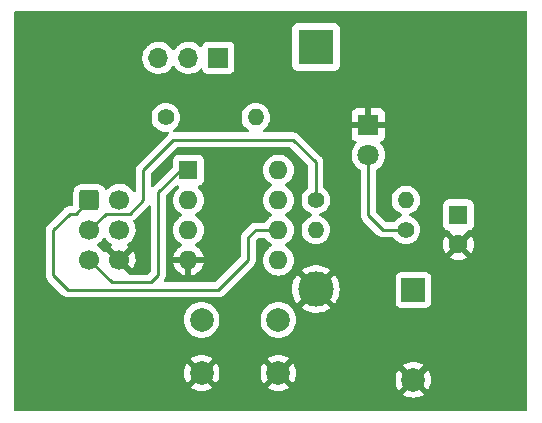
<source format=gbr>
G04 #@! TF.GenerationSoftware,KiCad,Pcbnew,6.0.8-1.fc36*
G04 #@! TF.CreationDate,2022-10-16T22:13:39-05:00*
G04 #@! TF.ProjectId,Pomodoro,506f6d6f-646f-4726-9f2e-6b696361645f,rev?*
G04 #@! TF.SameCoordinates,Original*
G04 #@! TF.FileFunction,Copper,L2,Bot*
G04 #@! TF.FilePolarity,Positive*
%FSLAX46Y46*%
G04 Gerber Fmt 4.6, Leading zero omitted, Abs format (unit mm)*
G04 Created by KiCad (PCBNEW 6.0.8-1.fc36) date 2022-10-16 22:13:39*
%MOMM*%
%LPD*%
G01*
G04 APERTURE LIST*
G04 Aperture macros list*
%AMRoundRect*
0 Rectangle with rounded corners*
0 $1 Rounding radius*
0 $2 $3 $4 $5 $6 $7 $8 $9 X,Y pos of 4 corners*
0 Add a 4 corners polygon primitive as box body*
4,1,4,$2,$3,$4,$5,$6,$7,$8,$9,$2,$3,0*
0 Add four circle primitives for the rounded corners*
1,1,$1+$1,$2,$3*
1,1,$1+$1,$4,$5*
1,1,$1+$1,$6,$7*
1,1,$1+$1,$8,$9*
0 Add four rect primitives between the rounded corners*
20,1,$1+$1,$2,$3,$4,$5,0*
20,1,$1+$1,$4,$5,$6,$7,0*
20,1,$1+$1,$6,$7,$8,$9,0*
20,1,$1+$1,$8,$9,$2,$3,0*%
G04 Aperture macros list end*
G04 #@! TA.AperFunction,ComponentPad*
%ADD10R,2.000000X2.000000*%
G04 #@! TD*
G04 #@! TA.AperFunction,ComponentPad*
%ADD11C,2.000000*%
G04 #@! TD*
G04 #@! TA.AperFunction,ComponentPad*
%ADD12R,1.600000X1.600000*%
G04 #@! TD*
G04 #@! TA.AperFunction,ComponentPad*
%ADD13C,1.600000*%
G04 #@! TD*
G04 #@! TA.AperFunction,ComponentPad*
%ADD14R,1.800000X1.800000*%
G04 #@! TD*
G04 #@! TA.AperFunction,ComponentPad*
%ADD15C,1.800000*%
G04 #@! TD*
G04 #@! TA.AperFunction,ComponentPad*
%ADD16RoundRect,0.250000X-0.600000X-0.600000X0.600000X-0.600000X0.600000X0.600000X-0.600000X0.600000X0*%
G04 #@! TD*
G04 #@! TA.AperFunction,ComponentPad*
%ADD17C,1.700000*%
G04 #@! TD*
G04 #@! TA.AperFunction,ComponentPad*
%ADD18R,1.700000X1.700000*%
G04 #@! TD*
G04 #@! TA.AperFunction,ComponentPad*
%ADD19O,1.700000X1.700000*%
G04 #@! TD*
G04 #@! TA.AperFunction,ComponentPad*
%ADD20C,1.400000*%
G04 #@! TD*
G04 #@! TA.AperFunction,ComponentPad*
%ADD21O,1.400000X1.400000*%
G04 #@! TD*
G04 #@! TA.AperFunction,ComponentPad*
%ADD22O,1.600000X1.600000*%
G04 #@! TD*
G04 #@! TA.AperFunction,ComponentPad*
%ADD23R,3.000000X3.000000*%
G04 #@! TD*
G04 #@! TA.AperFunction,ComponentPad*
%ADD24C,3.000000*%
G04 #@! TD*
G04 #@! TA.AperFunction,Conductor*
%ADD25C,0.250000*%
G04 #@! TD*
G04 APERTURE END LIST*
D10*
X104140000Y-123200000D03*
D11*
X104140000Y-130800000D03*
D12*
X107950000Y-116840000D03*
D13*
X107950000Y-119340000D03*
D14*
X100330000Y-109215000D03*
D15*
X100330000Y-111755000D03*
D16*
X76717500Y-115565000D03*
D17*
X79257500Y-115565000D03*
X76717500Y-118105000D03*
X79257500Y-118105000D03*
X76717500Y-120645000D03*
X79257500Y-120645000D03*
D18*
X87630000Y-103530000D03*
D19*
X85090000Y-103530000D03*
X82550000Y-103530000D03*
D20*
X103505000Y-118110000D03*
D21*
X95885000Y-118110000D03*
D20*
X83185000Y-108585000D03*
D21*
X90805000Y-108585000D03*
D11*
X92710000Y-125730000D03*
X86210000Y-125730000D03*
X86210000Y-130230000D03*
X92710000Y-130230000D03*
D12*
X85100000Y-113040000D03*
D22*
X85100000Y-115580000D03*
X85100000Y-118120000D03*
X85100000Y-120660000D03*
X92720000Y-120660000D03*
X92720000Y-118120000D03*
X92720000Y-115580000D03*
X92720000Y-113040000D03*
D20*
X95885000Y-115570000D03*
D21*
X103505000Y-115570000D03*
D23*
X95885000Y-102628920D03*
D24*
X95885000Y-123118920D03*
D25*
X103505000Y-118110000D02*
X101600000Y-118110000D01*
X101600000Y-118110000D02*
X100330000Y-116840000D01*
X100330000Y-116840000D02*
X100330000Y-111755000D01*
X82550000Y-121920000D02*
X82550000Y-114935000D01*
X81915000Y-122555000D02*
X82550000Y-121920000D01*
X84445000Y-113040000D02*
X85100000Y-113040000D01*
X76717500Y-120645000D02*
X78627500Y-122555000D01*
X82550000Y-114935000D02*
X84445000Y-113040000D01*
X78627500Y-122555000D02*
X81915000Y-122555000D01*
X82550000Y-103530000D02*
X82550000Y-103505000D01*
X95885000Y-112395000D02*
X95885000Y-115570000D01*
X81280000Y-113030000D02*
X83820000Y-110490000D01*
X76717500Y-118105000D02*
X78082500Y-116740000D01*
X93980000Y-110490000D02*
X95885000Y-112395000D01*
X81280000Y-115570000D02*
X81280000Y-113030000D01*
X78082500Y-116740000D02*
X80110000Y-116740000D01*
X83820000Y-110490000D02*
X93980000Y-110490000D01*
X80110000Y-116740000D02*
X81280000Y-115570000D01*
X76717500Y-115565000D02*
X75542500Y-116740000D01*
X87630000Y-123190000D02*
X90170000Y-120650000D01*
X90170000Y-120650000D02*
X90170000Y-118745000D01*
X73660000Y-118110000D02*
X73660000Y-121920000D01*
X74930000Y-123190000D02*
X87630000Y-123190000D01*
X90795000Y-118120000D02*
X92720000Y-118120000D01*
X90170000Y-118745000D02*
X90795000Y-118120000D01*
X73660000Y-121920000D02*
X74930000Y-123190000D01*
X75030000Y-116740000D02*
X73660000Y-118110000D01*
X75542500Y-116740000D02*
X75030000Y-116740000D01*
G04 #@! TA.AperFunction,Conductor*
G36*
X113733621Y-99588502D02*
G01*
X113780114Y-99642158D01*
X113791500Y-99694500D01*
X113791500Y-133350500D01*
X113771498Y-133418621D01*
X113717842Y-133465114D01*
X113665500Y-133476500D01*
X70484500Y-133476500D01*
X70416379Y-133456498D01*
X70369886Y-133402842D01*
X70358500Y-133350500D01*
X70358500Y-132032670D01*
X103272160Y-132032670D01*
X103277887Y-132040320D01*
X103449042Y-132145205D01*
X103457837Y-132149687D01*
X103667988Y-132236734D01*
X103677373Y-132239783D01*
X103898554Y-132292885D01*
X103908301Y-132294428D01*
X104135070Y-132312275D01*
X104144930Y-132312275D01*
X104371699Y-132294428D01*
X104381446Y-132292885D01*
X104602627Y-132239783D01*
X104612012Y-132236734D01*
X104822163Y-132149687D01*
X104830958Y-132145205D01*
X104998445Y-132042568D01*
X105007907Y-132032110D01*
X105004124Y-132023334D01*
X104152812Y-131172022D01*
X104138868Y-131164408D01*
X104137035Y-131164539D01*
X104130420Y-131168790D01*
X103278920Y-132020290D01*
X103272160Y-132032670D01*
X70358500Y-132032670D01*
X70358500Y-131462670D01*
X85342160Y-131462670D01*
X85347887Y-131470320D01*
X85519042Y-131575205D01*
X85527837Y-131579687D01*
X85737988Y-131666734D01*
X85747373Y-131669783D01*
X85968554Y-131722885D01*
X85978301Y-131724428D01*
X86205070Y-131742275D01*
X86214930Y-131742275D01*
X86441699Y-131724428D01*
X86451446Y-131722885D01*
X86672627Y-131669783D01*
X86682012Y-131666734D01*
X86892163Y-131579687D01*
X86900958Y-131575205D01*
X87068445Y-131472568D01*
X87077400Y-131462670D01*
X91842160Y-131462670D01*
X91847887Y-131470320D01*
X92019042Y-131575205D01*
X92027837Y-131579687D01*
X92237988Y-131666734D01*
X92247373Y-131669783D01*
X92468554Y-131722885D01*
X92478301Y-131724428D01*
X92705070Y-131742275D01*
X92714930Y-131742275D01*
X92941699Y-131724428D01*
X92951446Y-131722885D01*
X93172627Y-131669783D01*
X93182012Y-131666734D01*
X93392163Y-131579687D01*
X93400958Y-131575205D01*
X93568445Y-131472568D01*
X93577907Y-131462110D01*
X93574124Y-131453334D01*
X92722812Y-130602022D01*
X92708868Y-130594408D01*
X92707035Y-130594539D01*
X92700420Y-130598790D01*
X91848920Y-131450290D01*
X91842160Y-131462670D01*
X87077400Y-131462670D01*
X87077907Y-131462110D01*
X87074124Y-131453334D01*
X86222812Y-130602022D01*
X86208868Y-130594408D01*
X86207035Y-130594539D01*
X86200420Y-130598790D01*
X85348920Y-131450290D01*
X85342160Y-131462670D01*
X70358500Y-131462670D01*
X70358500Y-130234930D01*
X84697725Y-130234930D01*
X84715572Y-130461699D01*
X84717115Y-130471446D01*
X84770217Y-130692627D01*
X84773266Y-130702012D01*
X84860313Y-130912163D01*
X84864795Y-130920958D01*
X84967432Y-131088445D01*
X84977890Y-131097907D01*
X84986666Y-131094124D01*
X85837978Y-130242812D01*
X85844356Y-130231132D01*
X86574408Y-130231132D01*
X86574539Y-130232965D01*
X86578790Y-130239580D01*
X87430290Y-131091080D01*
X87442670Y-131097840D01*
X87450320Y-131092113D01*
X87555205Y-130920958D01*
X87559687Y-130912163D01*
X87646734Y-130702012D01*
X87649783Y-130692627D01*
X87702885Y-130471446D01*
X87704428Y-130461699D01*
X87722275Y-130234930D01*
X91197725Y-130234930D01*
X91215572Y-130461699D01*
X91217115Y-130471446D01*
X91270217Y-130692627D01*
X91273266Y-130702012D01*
X91360313Y-130912163D01*
X91364795Y-130920958D01*
X91467432Y-131088445D01*
X91477890Y-131097907D01*
X91486666Y-131094124D01*
X92337978Y-130242812D01*
X92344356Y-130231132D01*
X93074408Y-130231132D01*
X93074539Y-130232965D01*
X93078790Y-130239580D01*
X93930290Y-131091080D01*
X93942670Y-131097840D01*
X93950320Y-131092113D01*
X94055205Y-130920958D01*
X94059687Y-130912163D01*
X94104104Y-130804930D01*
X102627725Y-130804930D01*
X102645572Y-131031699D01*
X102647115Y-131041446D01*
X102700217Y-131262627D01*
X102703266Y-131272012D01*
X102790313Y-131482163D01*
X102794795Y-131490958D01*
X102897432Y-131658445D01*
X102907890Y-131667907D01*
X102916666Y-131664124D01*
X103767978Y-130812812D01*
X103774356Y-130801132D01*
X104504408Y-130801132D01*
X104504539Y-130802965D01*
X104508790Y-130809580D01*
X105360290Y-131661080D01*
X105372670Y-131667840D01*
X105380320Y-131662113D01*
X105485205Y-131490958D01*
X105489687Y-131482163D01*
X105576734Y-131272012D01*
X105579783Y-131262627D01*
X105632885Y-131041446D01*
X105634428Y-131031699D01*
X105652275Y-130804930D01*
X105652275Y-130795070D01*
X105634428Y-130568301D01*
X105632885Y-130558554D01*
X105579783Y-130337373D01*
X105576734Y-130327988D01*
X105489687Y-130117837D01*
X105485205Y-130109042D01*
X105382568Y-129941555D01*
X105372110Y-129932093D01*
X105363334Y-129935876D01*
X104512022Y-130787188D01*
X104504408Y-130801132D01*
X103774356Y-130801132D01*
X103775592Y-130798868D01*
X103775461Y-130797035D01*
X103771210Y-130790420D01*
X102919710Y-129938920D01*
X102907330Y-129932160D01*
X102899680Y-129937887D01*
X102794795Y-130109042D01*
X102790313Y-130117837D01*
X102703266Y-130327988D01*
X102700217Y-130337373D01*
X102647115Y-130558554D01*
X102645572Y-130568301D01*
X102627725Y-130795070D01*
X102627725Y-130804930D01*
X94104104Y-130804930D01*
X94146734Y-130702012D01*
X94149783Y-130692627D01*
X94202885Y-130471446D01*
X94204428Y-130461699D01*
X94222275Y-130234930D01*
X94222275Y-130225070D01*
X94204428Y-129998301D01*
X94202885Y-129988554D01*
X94149783Y-129767373D01*
X94146734Y-129757988D01*
X94067993Y-129567890D01*
X103272093Y-129567890D01*
X103275876Y-129576666D01*
X104127188Y-130427978D01*
X104141132Y-130435592D01*
X104142965Y-130435461D01*
X104149580Y-130431210D01*
X105001080Y-129579710D01*
X105007840Y-129567330D01*
X105002113Y-129559680D01*
X104830958Y-129454795D01*
X104822163Y-129450313D01*
X104612012Y-129363266D01*
X104602627Y-129360217D01*
X104381446Y-129307115D01*
X104371699Y-129305572D01*
X104144930Y-129287725D01*
X104135070Y-129287725D01*
X103908301Y-129305572D01*
X103898554Y-129307115D01*
X103677373Y-129360217D01*
X103667988Y-129363266D01*
X103457837Y-129450313D01*
X103449042Y-129454795D01*
X103281555Y-129557432D01*
X103272093Y-129567890D01*
X94067993Y-129567890D01*
X94059687Y-129547837D01*
X94055205Y-129539042D01*
X93952568Y-129371555D01*
X93942110Y-129362093D01*
X93933334Y-129365876D01*
X93082022Y-130217188D01*
X93074408Y-130231132D01*
X92344356Y-130231132D01*
X92345592Y-130228868D01*
X92345461Y-130227035D01*
X92341210Y-130220420D01*
X91489710Y-129368920D01*
X91477330Y-129362160D01*
X91469680Y-129367887D01*
X91364795Y-129539042D01*
X91360313Y-129547837D01*
X91273266Y-129757988D01*
X91270217Y-129767373D01*
X91217115Y-129988554D01*
X91215572Y-129998301D01*
X91197725Y-130225070D01*
X91197725Y-130234930D01*
X87722275Y-130234930D01*
X87722275Y-130225070D01*
X87704428Y-129998301D01*
X87702885Y-129988554D01*
X87649783Y-129767373D01*
X87646734Y-129757988D01*
X87559687Y-129547837D01*
X87555205Y-129539042D01*
X87452568Y-129371555D01*
X87442110Y-129362093D01*
X87433334Y-129365876D01*
X86582022Y-130217188D01*
X86574408Y-130231132D01*
X85844356Y-130231132D01*
X85845592Y-130228868D01*
X85845461Y-130227035D01*
X85841210Y-130220420D01*
X84989710Y-129368920D01*
X84977330Y-129362160D01*
X84969680Y-129367887D01*
X84864795Y-129539042D01*
X84860313Y-129547837D01*
X84773266Y-129757988D01*
X84770217Y-129767373D01*
X84717115Y-129988554D01*
X84715572Y-129998301D01*
X84697725Y-130225070D01*
X84697725Y-130234930D01*
X70358500Y-130234930D01*
X70358500Y-128997890D01*
X85342093Y-128997890D01*
X85345876Y-129006666D01*
X86197188Y-129857978D01*
X86211132Y-129865592D01*
X86212965Y-129865461D01*
X86219580Y-129861210D01*
X87071080Y-129009710D01*
X87077534Y-128997890D01*
X91842093Y-128997890D01*
X91845876Y-129006666D01*
X92697188Y-129857978D01*
X92711132Y-129865592D01*
X92712965Y-129865461D01*
X92719580Y-129861210D01*
X93571080Y-129009710D01*
X93577840Y-128997330D01*
X93572113Y-128989680D01*
X93400958Y-128884795D01*
X93392163Y-128880313D01*
X93182012Y-128793266D01*
X93172627Y-128790217D01*
X92951446Y-128737115D01*
X92941699Y-128735572D01*
X92714930Y-128717725D01*
X92705070Y-128717725D01*
X92478301Y-128735572D01*
X92468554Y-128737115D01*
X92247373Y-128790217D01*
X92237988Y-128793266D01*
X92027837Y-128880313D01*
X92019042Y-128884795D01*
X91851555Y-128987432D01*
X91842093Y-128997890D01*
X87077534Y-128997890D01*
X87077840Y-128997330D01*
X87072113Y-128989680D01*
X86900958Y-128884795D01*
X86892163Y-128880313D01*
X86682012Y-128793266D01*
X86672627Y-128790217D01*
X86451446Y-128737115D01*
X86441699Y-128735572D01*
X86214930Y-128717725D01*
X86205070Y-128717725D01*
X85978301Y-128735572D01*
X85968554Y-128737115D01*
X85747373Y-128790217D01*
X85737988Y-128793266D01*
X85527837Y-128880313D01*
X85519042Y-128884795D01*
X85351555Y-128987432D01*
X85342093Y-128997890D01*
X70358500Y-128997890D01*
X70358500Y-125730000D01*
X84696835Y-125730000D01*
X84715465Y-125966711D01*
X84770895Y-126197594D01*
X84861760Y-126416963D01*
X84864346Y-126421183D01*
X84983241Y-126615202D01*
X84983245Y-126615208D01*
X84985824Y-126619416D01*
X85140031Y-126799969D01*
X85320584Y-126954176D01*
X85324792Y-126956755D01*
X85324798Y-126956759D01*
X85518817Y-127075654D01*
X85523037Y-127078240D01*
X85527607Y-127080133D01*
X85527611Y-127080135D01*
X85737833Y-127167211D01*
X85742406Y-127169105D01*
X85822609Y-127188360D01*
X85968476Y-127223380D01*
X85968482Y-127223381D01*
X85973289Y-127224535D01*
X86210000Y-127243165D01*
X86446711Y-127224535D01*
X86451518Y-127223381D01*
X86451524Y-127223380D01*
X86597391Y-127188360D01*
X86677594Y-127169105D01*
X86682167Y-127167211D01*
X86892389Y-127080135D01*
X86892393Y-127080133D01*
X86896963Y-127078240D01*
X86901183Y-127075654D01*
X87095202Y-126956759D01*
X87095208Y-126956755D01*
X87099416Y-126954176D01*
X87279969Y-126799969D01*
X87434176Y-126619416D01*
X87436755Y-126615208D01*
X87436759Y-126615202D01*
X87555654Y-126421183D01*
X87558240Y-126416963D01*
X87649105Y-126197594D01*
X87704535Y-125966711D01*
X87723165Y-125730000D01*
X91196835Y-125730000D01*
X91215465Y-125966711D01*
X91270895Y-126197594D01*
X91361760Y-126416963D01*
X91364346Y-126421183D01*
X91483241Y-126615202D01*
X91483245Y-126615208D01*
X91485824Y-126619416D01*
X91640031Y-126799969D01*
X91820584Y-126954176D01*
X91824792Y-126956755D01*
X91824798Y-126956759D01*
X92018817Y-127075654D01*
X92023037Y-127078240D01*
X92027607Y-127080133D01*
X92027611Y-127080135D01*
X92237833Y-127167211D01*
X92242406Y-127169105D01*
X92322609Y-127188360D01*
X92468476Y-127223380D01*
X92468482Y-127223381D01*
X92473289Y-127224535D01*
X92710000Y-127243165D01*
X92946711Y-127224535D01*
X92951518Y-127223381D01*
X92951524Y-127223380D01*
X93097391Y-127188360D01*
X93177594Y-127169105D01*
X93182167Y-127167211D01*
X93392389Y-127080135D01*
X93392393Y-127080133D01*
X93396963Y-127078240D01*
X93401183Y-127075654D01*
X93595202Y-126956759D01*
X93595208Y-126956755D01*
X93599416Y-126954176D01*
X93779969Y-126799969D01*
X93934176Y-126619416D01*
X93936755Y-126615208D01*
X93936759Y-126615202D01*
X94055654Y-126421183D01*
X94058240Y-126416963D01*
X94149105Y-126197594D01*
X94204535Y-125966711D01*
X94223165Y-125730000D01*
X94204535Y-125493289D01*
X94149105Y-125262406D01*
X94091736Y-125123904D01*
X94060135Y-125047611D01*
X94060133Y-125047607D01*
X94058240Y-125043037D01*
X94048764Y-125027573D01*
X93936759Y-124844798D01*
X93936755Y-124844792D01*
X93934176Y-124840584D01*
X93821429Y-124708574D01*
X94660618Y-124708574D01*
X94667673Y-124718547D01*
X94698679Y-124744471D01*
X94705598Y-124749499D01*
X94930272Y-124890435D01*
X94937807Y-124894476D01*
X95179520Y-125003614D01*
X95187551Y-125006600D01*
X95441832Y-125081922D01*
X95450184Y-125083789D01*
X95712340Y-125123904D01*
X95720874Y-125124620D01*
X95986045Y-125128787D01*
X95994596Y-125128338D01*
X96257883Y-125096477D01*
X96266284Y-125094875D01*
X96522824Y-125027573D01*
X96530926Y-125024846D01*
X96775949Y-124923354D01*
X96783617Y-124919548D01*
X97012598Y-124785742D01*
X97019679Y-124780929D01*
X97099655Y-124718221D01*
X97108125Y-124706362D01*
X97101608Y-124694738D01*
X95897812Y-123490942D01*
X95883868Y-123483328D01*
X95882035Y-123483459D01*
X95875420Y-123487710D01*
X94667910Y-124695220D01*
X94660618Y-124708574D01*
X93821429Y-124708574D01*
X93779969Y-124660031D01*
X93599416Y-124505824D01*
X93595208Y-124503245D01*
X93595202Y-124503241D01*
X93401183Y-124384346D01*
X93396963Y-124381760D01*
X93392393Y-124379867D01*
X93392389Y-124379865D01*
X93182167Y-124292789D01*
X93182165Y-124292788D01*
X93177594Y-124290895D01*
X93097391Y-124271640D01*
X92951524Y-124236620D01*
X92951518Y-124236619D01*
X92946711Y-124235465D01*
X92710000Y-124216835D01*
X92473289Y-124235465D01*
X92468482Y-124236619D01*
X92468476Y-124236620D01*
X92322609Y-124271640D01*
X92242406Y-124290895D01*
X92237835Y-124292788D01*
X92237833Y-124292789D01*
X92027611Y-124379865D01*
X92027607Y-124379867D01*
X92023037Y-124381760D01*
X92018817Y-124384346D01*
X91824798Y-124503241D01*
X91824792Y-124503245D01*
X91820584Y-124505824D01*
X91640031Y-124660031D01*
X91485824Y-124840584D01*
X91483245Y-124844792D01*
X91483241Y-124844798D01*
X91371236Y-125027573D01*
X91361760Y-125043037D01*
X91359867Y-125047607D01*
X91359865Y-125047611D01*
X91328264Y-125123904D01*
X91270895Y-125262406D01*
X91215465Y-125493289D01*
X91196835Y-125730000D01*
X87723165Y-125730000D01*
X87704535Y-125493289D01*
X87649105Y-125262406D01*
X87591736Y-125123904D01*
X87560135Y-125047611D01*
X87560133Y-125047607D01*
X87558240Y-125043037D01*
X87548764Y-125027573D01*
X87436759Y-124844798D01*
X87436755Y-124844792D01*
X87434176Y-124840584D01*
X87279969Y-124660031D01*
X87099416Y-124505824D01*
X87095208Y-124503245D01*
X87095202Y-124503241D01*
X86901183Y-124384346D01*
X86896963Y-124381760D01*
X86892393Y-124379867D01*
X86892389Y-124379865D01*
X86682167Y-124292789D01*
X86682165Y-124292788D01*
X86677594Y-124290895D01*
X86597391Y-124271640D01*
X86451524Y-124236620D01*
X86451518Y-124236619D01*
X86446711Y-124235465D01*
X86210000Y-124216835D01*
X85973289Y-124235465D01*
X85968482Y-124236619D01*
X85968476Y-124236620D01*
X85822609Y-124271640D01*
X85742406Y-124290895D01*
X85737835Y-124292788D01*
X85737833Y-124292789D01*
X85527611Y-124379865D01*
X85527607Y-124379867D01*
X85523037Y-124381760D01*
X85518817Y-124384346D01*
X85324798Y-124503241D01*
X85324792Y-124503245D01*
X85320584Y-124505824D01*
X85140031Y-124660031D01*
X84985824Y-124840584D01*
X84983245Y-124844792D01*
X84983241Y-124844798D01*
X84871236Y-125027573D01*
X84861760Y-125043037D01*
X84859867Y-125047607D01*
X84859865Y-125047611D01*
X84828264Y-125123904D01*
X84770895Y-125262406D01*
X84715465Y-125493289D01*
X84696835Y-125730000D01*
X70358500Y-125730000D01*
X70358500Y-118089943D01*
X73021780Y-118089943D01*
X73022526Y-118097835D01*
X73025941Y-118133961D01*
X73026500Y-118145819D01*
X73026500Y-121841233D01*
X73025973Y-121852416D01*
X73024298Y-121859909D01*
X73024547Y-121867835D01*
X73024547Y-121867836D01*
X73026438Y-121927986D01*
X73026500Y-121931945D01*
X73026500Y-121959856D01*
X73026997Y-121963790D01*
X73026997Y-121963791D01*
X73027005Y-121963856D01*
X73027938Y-121975693D01*
X73029327Y-122019889D01*
X73034978Y-122039339D01*
X73038987Y-122058700D01*
X73041526Y-122078797D01*
X73044445Y-122086168D01*
X73044445Y-122086170D01*
X73057804Y-122119912D01*
X73061649Y-122131142D01*
X73071771Y-122165983D01*
X73073982Y-122173593D01*
X73078015Y-122180412D01*
X73078017Y-122180417D01*
X73084293Y-122191028D01*
X73092988Y-122208776D01*
X73100448Y-122227617D01*
X73105110Y-122234033D01*
X73105110Y-122234034D01*
X73126436Y-122263387D01*
X73132952Y-122273307D01*
X73146661Y-122296487D01*
X73155458Y-122311362D01*
X73169779Y-122325683D01*
X73182619Y-122340716D01*
X73194528Y-122357107D01*
X73200634Y-122362158D01*
X73228605Y-122385298D01*
X73237384Y-122393288D01*
X74426343Y-123582247D01*
X74433887Y-123590537D01*
X74438000Y-123597018D01*
X74443777Y-123602443D01*
X74487667Y-123643658D01*
X74490509Y-123646413D01*
X74510230Y-123666134D01*
X74513425Y-123668612D01*
X74522447Y-123676318D01*
X74554679Y-123706586D01*
X74561628Y-123710406D01*
X74572432Y-123716346D01*
X74588956Y-123727199D01*
X74604959Y-123739613D01*
X74645543Y-123757176D01*
X74656173Y-123762383D01*
X74694940Y-123783695D01*
X74702617Y-123785666D01*
X74702622Y-123785668D01*
X74714558Y-123788732D01*
X74733266Y-123795137D01*
X74751855Y-123803181D01*
X74759683Y-123804421D01*
X74759690Y-123804423D01*
X74795524Y-123810099D01*
X74807144Y-123812505D01*
X74838959Y-123820673D01*
X74849970Y-123823500D01*
X74870224Y-123823500D01*
X74889934Y-123825051D01*
X74909943Y-123828220D01*
X74917835Y-123827474D01*
X74936580Y-123825702D01*
X74953962Y-123824059D01*
X74965819Y-123823500D01*
X87551233Y-123823500D01*
X87562416Y-123824027D01*
X87569909Y-123825702D01*
X87577835Y-123825453D01*
X87577836Y-123825453D01*
X87637986Y-123823562D01*
X87641945Y-123823500D01*
X87669856Y-123823500D01*
X87673791Y-123823003D01*
X87673856Y-123822995D01*
X87685693Y-123822062D01*
X87717951Y-123821048D01*
X87721970Y-123820922D01*
X87729889Y-123820673D01*
X87749343Y-123815021D01*
X87768700Y-123811013D01*
X87780930Y-123809468D01*
X87780931Y-123809468D01*
X87788797Y-123808474D01*
X87796168Y-123805555D01*
X87796170Y-123805555D01*
X87829912Y-123792196D01*
X87841142Y-123788351D01*
X87875983Y-123778229D01*
X87875984Y-123778229D01*
X87883593Y-123776018D01*
X87890412Y-123771985D01*
X87890417Y-123771983D01*
X87901028Y-123765707D01*
X87918776Y-123757012D01*
X87937617Y-123749552D01*
X87957987Y-123734753D01*
X87973387Y-123723564D01*
X87983307Y-123717048D01*
X88014535Y-123698580D01*
X88014538Y-123698578D01*
X88021362Y-123694542D01*
X88035683Y-123680221D01*
X88050717Y-123667380D01*
X88052432Y-123666134D01*
X88067107Y-123655472D01*
X88095298Y-123621395D01*
X88103288Y-123612616D01*
X88613780Y-123102124D01*
X93872665Y-123102124D01*
X93887932Y-123366889D01*
X93889005Y-123375390D01*
X93940065Y-123635642D01*
X93942276Y-123643894D01*
X94028184Y-123894814D01*
X94031499Y-123902699D01*
X94150664Y-124139633D01*
X94155020Y-124146999D01*
X94284347Y-124335170D01*
X94294601Y-124343514D01*
X94308342Y-124336368D01*
X95512978Y-123131732D01*
X95519356Y-123120052D01*
X96249408Y-123120052D01*
X96249539Y-123121885D01*
X96253790Y-123128500D01*
X97460730Y-124335440D01*
X97472939Y-124342107D01*
X97484439Y-124333417D01*
X97547085Y-124248134D01*
X102631500Y-124248134D01*
X102638255Y-124310316D01*
X102689385Y-124446705D01*
X102776739Y-124563261D01*
X102893295Y-124650615D01*
X103029684Y-124701745D01*
X103091866Y-124708500D01*
X105188134Y-124708500D01*
X105250316Y-124701745D01*
X105386705Y-124650615D01*
X105503261Y-124563261D01*
X105590615Y-124446705D01*
X105641745Y-124310316D01*
X105648500Y-124248134D01*
X105648500Y-122151866D01*
X105641745Y-122089684D01*
X105590615Y-121953295D01*
X105503261Y-121836739D01*
X105386705Y-121749385D01*
X105250316Y-121698255D01*
X105188134Y-121691500D01*
X103091866Y-121691500D01*
X103029684Y-121698255D01*
X102893295Y-121749385D01*
X102776739Y-121836739D01*
X102689385Y-121953295D01*
X102638255Y-122089684D01*
X102631500Y-122151866D01*
X102631500Y-124248134D01*
X97547085Y-124248134D01*
X97581831Y-124200833D01*
X97586418Y-124193605D01*
X97712962Y-123960541D01*
X97716530Y-123952747D01*
X97810271Y-123704670D01*
X97812748Y-123696464D01*
X97871954Y-123437958D01*
X97873294Y-123429497D01*
X97897031Y-123163536D01*
X97897277Y-123158597D01*
X97897666Y-123121405D01*
X97897523Y-123116439D01*
X97879362Y-122850043D01*
X97878201Y-122841569D01*
X97824419Y-122581864D01*
X97822120Y-122573629D01*
X97733588Y-122323625D01*
X97730191Y-122315774D01*
X97608550Y-122080098D01*
X97604122Y-122072786D01*
X97485031Y-121903337D01*
X97474509Y-121894957D01*
X97461121Y-121902009D01*
X96257022Y-123106108D01*
X96249408Y-123120052D01*
X95519356Y-123120052D01*
X95520592Y-123117788D01*
X95520461Y-123115955D01*
X95516210Y-123109340D01*
X94308814Y-121901944D01*
X94296804Y-121895386D01*
X94285064Y-121904354D01*
X94176935Y-122054831D01*
X94172418Y-122062116D01*
X94048325Y-122296487D01*
X94044839Y-122304315D01*
X93953700Y-122553366D01*
X93951311Y-122561590D01*
X93894812Y-122820715D01*
X93893563Y-122829170D01*
X93872754Y-123093573D01*
X93872665Y-123102124D01*
X88613780Y-123102124D01*
X90562247Y-121153657D01*
X90570537Y-121146113D01*
X90577018Y-121142000D01*
X90623659Y-121092332D01*
X90626413Y-121089491D01*
X90646134Y-121069770D01*
X90648612Y-121066575D01*
X90656318Y-121057553D01*
X90681158Y-121031101D01*
X90686586Y-121025321D01*
X90696346Y-121007568D01*
X90707199Y-120991045D01*
X90714753Y-120981306D01*
X90719613Y-120975041D01*
X90737176Y-120934457D01*
X90742383Y-120923827D01*
X90763695Y-120885060D01*
X90765666Y-120877383D01*
X90765668Y-120877378D01*
X90768732Y-120865442D01*
X90775138Y-120846730D01*
X90778152Y-120839767D01*
X90783181Y-120828145D01*
X90790097Y-120784481D01*
X90792504Y-120772860D01*
X90801528Y-120737711D01*
X90801528Y-120737710D01*
X90803500Y-120730030D01*
X90803500Y-120709769D01*
X90805051Y-120690058D01*
X90806979Y-120677885D01*
X90808219Y-120670057D01*
X90804059Y-120626046D01*
X90803500Y-120614189D01*
X90803500Y-119059594D01*
X90823502Y-118991473D01*
X90840405Y-118970499D01*
X91020499Y-118790405D01*
X91082811Y-118756379D01*
X91109594Y-118753500D01*
X91500606Y-118753500D01*
X91568727Y-118773502D01*
X91603819Y-118807229D01*
X91664347Y-118893671D01*
X91713802Y-118964300D01*
X91875700Y-119126198D01*
X91880208Y-119129355D01*
X91880211Y-119129357D01*
X91924815Y-119160589D01*
X92063251Y-119257523D01*
X92068233Y-119259846D01*
X92068238Y-119259849D01*
X92102457Y-119275805D01*
X92155742Y-119322722D01*
X92175203Y-119390999D01*
X92154661Y-119458959D01*
X92102457Y-119504195D01*
X92068238Y-119520151D01*
X92068233Y-119520154D01*
X92063251Y-119522477D01*
X91958389Y-119595902D01*
X91880211Y-119650643D01*
X91880208Y-119650645D01*
X91875700Y-119653802D01*
X91713802Y-119815700D01*
X91582477Y-120003251D01*
X91580154Y-120008233D01*
X91580151Y-120008238D01*
X91555312Y-120061507D01*
X91485716Y-120210757D01*
X91484294Y-120216065D01*
X91484293Y-120216067D01*
X91452316Y-120335405D01*
X91426457Y-120431913D01*
X91406502Y-120660000D01*
X91426457Y-120888087D01*
X91427881Y-120893400D01*
X91427881Y-120893402D01*
X91474285Y-121066581D01*
X91485716Y-121109243D01*
X91488039Y-121114224D01*
X91488039Y-121114225D01*
X91580151Y-121311762D01*
X91580154Y-121311767D01*
X91582477Y-121316749D01*
X91636467Y-121393855D01*
X91697512Y-121481035D01*
X91713802Y-121504300D01*
X91875700Y-121666198D01*
X91880208Y-121669355D01*
X91880211Y-121669357D01*
X91958389Y-121724098D01*
X92063251Y-121797523D01*
X92068233Y-121799846D01*
X92068238Y-121799849D01*
X92249091Y-121884181D01*
X92270757Y-121894284D01*
X92276065Y-121895706D01*
X92276067Y-121895707D01*
X92486598Y-121952119D01*
X92486600Y-121952119D01*
X92491913Y-121953543D01*
X92720000Y-121973498D01*
X92948087Y-121953543D01*
X92953400Y-121952119D01*
X92953402Y-121952119D01*
X93163933Y-121895707D01*
X93163935Y-121895706D01*
X93169243Y-121894284D01*
X93190909Y-121884181D01*
X93371762Y-121799849D01*
X93371767Y-121799846D01*
X93376749Y-121797523D01*
X93481611Y-121724098D01*
X93559789Y-121669357D01*
X93559792Y-121669355D01*
X93564300Y-121666198D01*
X93699078Y-121531420D01*
X94661584Y-121531420D01*
X94667980Y-121542690D01*
X95872188Y-122746898D01*
X95886132Y-122754512D01*
X95887965Y-122754381D01*
X95894580Y-122750130D01*
X97101604Y-121543106D01*
X97108795Y-121529937D01*
X97101473Y-121519700D01*
X97054233Y-121481035D01*
X97047261Y-121476080D01*
X96821122Y-121337502D01*
X96813552Y-121333544D01*
X96570704Y-121226942D01*
X96562644Y-121224040D01*
X96307592Y-121151387D01*
X96299214Y-121149605D01*
X96036656Y-121112238D01*
X96028111Y-121111611D01*
X95762908Y-121110222D01*
X95754374Y-121110759D01*
X95491433Y-121145376D01*
X95483035Y-121147069D01*
X95227238Y-121217047D01*
X95219143Y-121219866D01*
X94975199Y-121323917D01*
X94967577Y-121327801D01*
X94740013Y-121463995D01*
X94732981Y-121468882D01*
X94670053Y-121519297D01*
X94661584Y-121531420D01*
X93699078Y-121531420D01*
X93726198Y-121504300D01*
X93742489Y-121481035D01*
X93803533Y-121393855D01*
X93857523Y-121316749D01*
X93859846Y-121311767D01*
X93859849Y-121311762D01*
X93951961Y-121114225D01*
X93951961Y-121114224D01*
X93954284Y-121109243D01*
X93965716Y-121066581D01*
X94012119Y-120893402D01*
X94012119Y-120893400D01*
X94013543Y-120888087D01*
X94033498Y-120660000D01*
X94013543Y-120431913D01*
X94011975Y-120426062D01*
X107228493Y-120426062D01*
X107237789Y-120438077D01*
X107288994Y-120473931D01*
X107298489Y-120479414D01*
X107495947Y-120571490D01*
X107506239Y-120575236D01*
X107716688Y-120631625D01*
X107727481Y-120633528D01*
X107944525Y-120652517D01*
X107955475Y-120652517D01*
X108172519Y-120633528D01*
X108183312Y-120631625D01*
X108393761Y-120575236D01*
X108404053Y-120571490D01*
X108601511Y-120479414D01*
X108611006Y-120473931D01*
X108663048Y-120437491D01*
X108671424Y-120427012D01*
X108664356Y-120413566D01*
X107962812Y-119712022D01*
X107948868Y-119704408D01*
X107947035Y-119704539D01*
X107940420Y-119708790D01*
X107234923Y-120414287D01*
X107228493Y-120426062D01*
X94011975Y-120426062D01*
X93987684Y-120335405D01*
X93955707Y-120216067D01*
X93955706Y-120216065D01*
X93954284Y-120210757D01*
X93884688Y-120061507D01*
X93859849Y-120008238D01*
X93859846Y-120008233D01*
X93857523Y-120003251D01*
X93726198Y-119815700D01*
X93564300Y-119653802D01*
X93559792Y-119650645D01*
X93559789Y-119650643D01*
X93481611Y-119595902D01*
X93376749Y-119522477D01*
X93371767Y-119520154D01*
X93371762Y-119520151D01*
X93337543Y-119504195D01*
X93284258Y-119457278D01*
X93264797Y-119389001D01*
X93277953Y-119345475D01*
X106637483Y-119345475D01*
X106656472Y-119562519D01*
X106658375Y-119573312D01*
X106714764Y-119783761D01*
X106718510Y-119794053D01*
X106810586Y-119991511D01*
X106816069Y-120001006D01*
X106852509Y-120053048D01*
X106862988Y-120061424D01*
X106876434Y-120054356D01*
X107577978Y-119352812D01*
X107584356Y-119341132D01*
X108314408Y-119341132D01*
X108314539Y-119342965D01*
X108318790Y-119349580D01*
X109024287Y-120055077D01*
X109036062Y-120061507D01*
X109048077Y-120052211D01*
X109083931Y-120001006D01*
X109089414Y-119991511D01*
X109181490Y-119794053D01*
X109185236Y-119783761D01*
X109241625Y-119573312D01*
X109243528Y-119562519D01*
X109262517Y-119345475D01*
X109262517Y-119334525D01*
X109243528Y-119117481D01*
X109241625Y-119106688D01*
X109185236Y-118896239D01*
X109181490Y-118885947D01*
X109089414Y-118688489D01*
X109083931Y-118678994D01*
X109047491Y-118626952D01*
X109037012Y-118618576D01*
X109023566Y-118625644D01*
X108322022Y-119327188D01*
X108314408Y-119341132D01*
X107584356Y-119341132D01*
X107585592Y-119338868D01*
X107585461Y-119337035D01*
X107581210Y-119330420D01*
X106875713Y-118624923D01*
X106863938Y-118618493D01*
X106851923Y-118627789D01*
X106816069Y-118678994D01*
X106810586Y-118688489D01*
X106718510Y-118885947D01*
X106714764Y-118896239D01*
X106658375Y-119106688D01*
X106656472Y-119117481D01*
X106637483Y-119334525D01*
X106637483Y-119345475D01*
X93277953Y-119345475D01*
X93285339Y-119321041D01*
X93337543Y-119275805D01*
X93371762Y-119259849D01*
X93371767Y-119259846D01*
X93376749Y-119257523D01*
X93515185Y-119160589D01*
X93559789Y-119129357D01*
X93559792Y-119129355D01*
X93564300Y-119126198D01*
X93726198Y-118964300D01*
X93857523Y-118776749D01*
X93859846Y-118771767D01*
X93859849Y-118771762D01*
X93951961Y-118574225D01*
X93951961Y-118574224D01*
X93954284Y-118569243D01*
X93970562Y-118508495D01*
X94012119Y-118353402D01*
X94012119Y-118353400D01*
X94013543Y-118348087D01*
X94033498Y-118120000D01*
X94013543Y-117891913D01*
X93998614Y-117836198D01*
X93955707Y-117676067D01*
X93955706Y-117676065D01*
X93954284Y-117670757D01*
X93944544Y-117649870D01*
X93859849Y-117468238D01*
X93859846Y-117468233D01*
X93857523Y-117463251D01*
X93759023Y-117322579D01*
X93729357Y-117280211D01*
X93729355Y-117280208D01*
X93726198Y-117275700D01*
X93564300Y-117113802D01*
X93559792Y-117110645D01*
X93559789Y-117110643D01*
X93481611Y-117055902D01*
X93376749Y-116982477D01*
X93371767Y-116980154D01*
X93371762Y-116980151D01*
X93337543Y-116964195D01*
X93284258Y-116917278D01*
X93264797Y-116849001D01*
X93285339Y-116781041D01*
X93337543Y-116735805D01*
X93371762Y-116719849D01*
X93371767Y-116719846D01*
X93376749Y-116717523D01*
X93515185Y-116620589D01*
X93559789Y-116589357D01*
X93559792Y-116589355D01*
X93564300Y-116586198D01*
X93726198Y-116424300D01*
X93857523Y-116236749D01*
X93859846Y-116231767D01*
X93859849Y-116231762D01*
X93951961Y-116034225D01*
X93951961Y-116034224D01*
X93954284Y-116029243D01*
X93959194Y-116010921D01*
X94012119Y-115813402D01*
X94012119Y-115813400D01*
X94013543Y-115808087D01*
X94033498Y-115580000D01*
X94013543Y-115351913D01*
X93972142Y-115197404D01*
X93955707Y-115136067D01*
X93955706Y-115136065D01*
X93954284Y-115130757D01*
X93878587Y-114968423D01*
X93859849Y-114928238D01*
X93859846Y-114928233D01*
X93857523Y-114923251D01*
X93726198Y-114735700D01*
X93564300Y-114573802D01*
X93559792Y-114570645D01*
X93559789Y-114570643D01*
X93480651Y-114515230D01*
X93376749Y-114442477D01*
X93371767Y-114440154D01*
X93371762Y-114440151D01*
X93337543Y-114424195D01*
X93284258Y-114377278D01*
X93264797Y-114309001D01*
X93285339Y-114241041D01*
X93337543Y-114195805D01*
X93371762Y-114179849D01*
X93371767Y-114179846D01*
X93376749Y-114177523D01*
X93518458Y-114078297D01*
X93559789Y-114049357D01*
X93559792Y-114049355D01*
X93564300Y-114046198D01*
X93726198Y-113884300D01*
X93857523Y-113696749D01*
X93859846Y-113691767D01*
X93859849Y-113691762D01*
X93951961Y-113494225D01*
X93951961Y-113494224D01*
X93954284Y-113489243D01*
X94013543Y-113268087D01*
X94033498Y-113040000D01*
X94013543Y-112811913D01*
X93998614Y-112756198D01*
X93955707Y-112596067D01*
X93955706Y-112596065D01*
X93954284Y-112590757D01*
X93894201Y-112461907D01*
X93859849Y-112388238D01*
X93859846Y-112388233D01*
X93857523Y-112383251D01*
X93726198Y-112195700D01*
X93564300Y-112033802D01*
X93559792Y-112030645D01*
X93559789Y-112030643D01*
X93447042Y-111951697D01*
X93376749Y-111902477D01*
X93371767Y-111900154D01*
X93371762Y-111900151D01*
X93174225Y-111808039D01*
X93174224Y-111808039D01*
X93169243Y-111805716D01*
X93163935Y-111804294D01*
X93163933Y-111804293D01*
X92953402Y-111747881D01*
X92953400Y-111747881D01*
X92948087Y-111746457D01*
X92720000Y-111726502D01*
X92491913Y-111746457D01*
X92486600Y-111747881D01*
X92486598Y-111747881D01*
X92276067Y-111804293D01*
X92276065Y-111804294D01*
X92270757Y-111805716D01*
X92265776Y-111808039D01*
X92265775Y-111808039D01*
X92068238Y-111900151D01*
X92068233Y-111900154D01*
X92063251Y-111902477D01*
X91992958Y-111951697D01*
X91880211Y-112030643D01*
X91880208Y-112030645D01*
X91875700Y-112033802D01*
X91713802Y-112195700D01*
X91582477Y-112383251D01*
X91580154Y-112388233D01*
X91580151Y-112388238D01*
X91545799Y-112461907D01*
X91485716Y-112590757D01*
X91484294Y-112596065D01*
X91484293Y-112596067D01*
X91441386Y-112756198D01*
X91426457Y-112811913D01*
X91406502Y-113040000D01*
X91426457Y-113268087D01*
X91485716Y-113489243D01*
X91488039Y-113494224D01*
X91488039Y-113494225D01*
X91580151Y-113691762D01*
X91580154Y-113691767D01*
X91582477Y-113696749D01*
X91713802Y-113884300D01*
X91875700Y-114046198D01*
X91880208Y-114049355D01*
X91880211Y-114049357D01*
X91921542Y-114078297D01*
X92063251Y-114177523D01*
X92068233Y-114179846D01*
X92068238Y-114179849D01*
X92102457Y-114195805D01*
X92155742Y-114242722D01*
X92175203Y-114310999D01*
X92154661Y-114378959D01*
X92102457Y-114424195D01*
X92068238Y-114440151D01*
X92068233Y-114440154D01*
X92063251Y-114442477D01*
X91959349Y-114515230D01*
X91880211Y-114570643D01*
X91880208Y-114570645D01*
X91875700Y-114573802D01*
X91713802Y-114735700D01*
X91582477Y-114923251D01*
X91580154Y-114928233D01*
X91580151Y-114928238D01*
X91561413Y-114968423D01*
X91485716Y-115130757D01*
X91484294Y-115136065D01*
X91484293Y-115136067D01*
X91467858Y-115197404D01*
X91426457Y-115351913D01*
X91406502Y-115580000D01*
X91426457Y-115808087D01*
X91427881Y-115813400D01*
X91427881Y-115813402D01*
X91480807Y-116010921D01*
X91485716Y-116029243D01*
X91488039Y-116034224D01*
X91488039Y-116034225D01*
X91580151Y-116231762D01*
X91580154Y-116231767D01*
X91582477Y-116236749D01*
X91713802Y-116424300D01*
X91875700Y-116586198D01*
X91880208Y-116589355D01*
X91880211Y-116589357D01*
X91924815Y-116620589D01*
X92063251Y-116717523D01*
X92068233Y-116719846D01*
X92068238Y-116719849D01*
X92102457Y-116735805D01*
X92155742Y-116782722D01*
X92175203Y-116850999D01*
X92154661Y-116918959D01*
X92102457Y-116964195D01*
X92068238Y-116980151D01*
X92068233Y-116980154D01*
X92063251Y-116982477D01*
X91958389Y-117055902D01*
X91880211Y-117110643D01*
X91880208Y-117110645D01*
X91875700Y-117113802D01*
X91713802Y-117275700D01*
X91710645Y-117280208D01*
X91710643Y-117280211D01*
X91603819Y-117432771D01*
X91548362Y-117477099D01*
X91500606Y-117486500D01*
X90873763Y-117486500D01*
X90862579Y-117485973D01*
X90855091Y-117484299D01*
X90847168Y-117484548D01*
X90787033Y-117486438D01*
X90783075Y-117486500D01*
X90755144Y-117486500D01*
X90751229Y-117486995D01*
X90751225Y-117486995D01*
X90751167Y-117487003D01*
X90751138Y-117487006D01*
X90739296Y-117487939D01*
X90695110Y-117489327D01*
X90677744Y-117494372D01*
X90675658Y-117494978D01*
X90656306Y-117498986D01*
X90644068Y-117500532D01*
X90644066Y-117500533D01*
X90636203Y-117501526D01*
X90595086Y-117517806D01*
X90583885Y-117521641D01*
X90541406Y-117533982D01*
X90534587Y-117538015D01*
X90534582Y-117538017D01*
X90523971Y-117544293D01*
X90506221Y-117552990D01*
X90487383Y-117560448D01*
X90480967Y-117565109D01*
X90480966Y-117565110D01*
X90451625Y-117586428D01*
X90441701Y-117592947D01*
X90410460Y-117611422D01*
X90410455Y-117611426D01*
X90403637Y-117615458D01*
X90389313Y-117629782D01*
X90374281Y-117642621D01*
X90357893Y-117654528D01*
X90330677Y-117687426D01*
X90329712Y-117688593D01*
X90321722Y-117697373D01*
X89777747Y-118241348D01*
X89769461Y-118248888D01*
X89762982Y-118253000D01*
X89757557Y-118258777D01*
X89716357Y-118302651D01*
X89713602Y-118305493D01*
X89693865Y-118325230D01*
X89691385Y-118328427D01*
X89683682Y-118337447D01*
X89653414Y-118369679D01*
X89649595Y-118376625D01*
X89649593Y-118376628D01*
X89643652Y-118387434D01*
X89632801Y-118403953D01*
X89620386Y-118419959D01*
X89617241Y-118427228D01*
X89617238Y-118427232D01*
X89602826Y-118460537D01*
X89597609Y-118471187D01*
X89576305Y-118509940D01*
X89574334Y-118517615D01*
X89574334Y-118517616D01*
X89571267Y-118529562D01*
X89564863Y-118548266D01*
X89556819Y-118566855D01*
X89555580Y-118574678D01*
X89555577Y-118574688D01*
X89549901Y-118610524D01*
X89547495Y-118622144D01*
X89539123Y-118654753D01*
X89536500Y-118664970D01*
X89536500Y-118685224D01*
X89534949Y-118704934D01*
X89531780Y-118724943D01*
X89532526Y-118732835D01*
X89535941Y-118768961D01*
X89536500Y-118780819D01*
X89536500Y-120335405D01*
X89516498Y-120403526D01*
X89499595Y-120424500D01*
X87404500Y-122519595D01*
X87342188Y-122553621D01*
X87315405Y-122556500D01*
X83113594Y-122556500D01*
X83045473Y-122536498D01*
X82998980Y-122482842D01*
X82988876Y-122412568D01*
X83018370Y-122347988D01*
X83021892Y-122344206D01*
X83023338Y-122342566D01*
X83026135Y-122339769D01*
X83028612Y-122336576D01*
X83036317Y-122327555D01*
X83051523Y-122311362D01*
X83066586Y-122295321D01*
X83070407Y-122288371D01*
X83076346Y-122277568D01*
X83087202Y-122261041D01*
X83094757Y-122251302D01*
X83094758Y-122251300D01*
X83099614Y-122245040D01*
X83117174Y-122204460D01*
X83122391Y-122193812D01*
X83139875Y-122162009D01*
X83139876Y-122162007D01*
X83143695Y-122155060D01*
X83148733Y-122135437D01*
X83155137Y-122116734D01*
X83160033Y-122105420D01*
X83160033Y-122105419D01*
X83163181Y-122098145D01*
X83164420Y-122090322D01*
X83164423Y-122090312D01*
X83170099Y-122054476D01*
X83172505Y-122042856D01*
X83181528Y-122007711D01*
X83181528Y-122007710D01*
X83183500Y-122000030D01*
X83183500Y-121979776D01*
X83185051Y-121960065D01*
X83186980Y-121947886D01*
X83188220Y-121940057D01*
X83184059Y-121896038D01*
X83183500Y-121884181D01*
X83183500Y-120926522D01*
X83817273Y-120926522D01*
X83864764Y-121103761D01*
X83868510Y-121114053D01*
X83960586Y-121311511D01*
X83966069Y-121321007D01*
X84091028Y-121499467D01*
X84098084Y-121507875D01*
X84252125Y-121661916D01*
X84260533Y-121668972D01*
X84438993Y-121793931D01*
X84448489Y-121799414D01*
X84645947Y-121891490D01*
X84656239Y-121895236D01*
X84828503Y-121941394D01*
X84842599Y-121941058D01*
X84846000Y-121933116D01*
X84846000Y-121927967D01*
X85354000Y-121927967D01*
X85357973Y-121941498D01*
X85366522Y-121942727D01*
X85543761Y-121895236D01*
X85554053Y-121891490D01*
X85751511Y-121799414D01*
X85761007Y-121793931D01*
X85939467Y-121668972D01*
X85947875Y-121661916D01*
X86101916Y-121507875D01*
X86108972Y-121499467D01*
X86233931Y-121321007D01*
X86239414Y-121311511D01*
X86331490Y-121114053D01*
X86335236Y-121103761D01*
X86381394Y-120931497D01*
X86381058Y-120917401D01*
X86373116Y-120914000D01*
X85372115Y-120914000D01*
X85356876Y-120918475D01*
X85355671Y-120919865D01*
X85354000Y-120927548D01*
X85354000Y-121927967D01*
X84846000Y-121927967D01*
X84846000Y-120932115D01*
X84841525Y-120916876D01*
X84840135Y-120915671D01*
X84832452Y-120914000D01*
X83832033Y-120914000D01*
X83818502Y-120917973D01*
X83817273Y-120926522D01*
X83183500Y-120926522D01*
X83183500Y-115249594D01*
X83203502Y-115181473D01*
X83220405Y-115160499D01*
X84022838Y-114358066D01*
X84085150Y-114324040D01*
X84156161Y-114329178D01*
X84182286Y-114338972D01*
X84182289Y-114338973D01*
X84189684Y-114341745D01*
X84200474Y-114342917D01*
X84202606Y-114343803D01*
X84205222Y-114344425D01*
X84205121Y-114344848D01*
X84266035Y-114370155D01*
X84306463Y-114428517D01*
X84308922Y-114499471D01*
X84272629Y-114560490D01*
X84263969Y-114567489D01*
X84260207Y-114570646D01*
X84255700Y-114573802D01*
X84093802Y-114735700D01*
X83962477Y-114923251D01*
X83960154Y-114928233D01*
X83960151Y-114928238D01*
X83941413Y-114968423D01*
X83865716Y-115130757D01*
X83864294Y-115136065D01*
X83864293Y-115136067D01*
X83847858Y-115197404D01*
X83806457Y-115351913D01*
X83786502Y-115580000D01*
X83806457Y-115808087D01*
X83807881Y-115813400D01*
X83807881Y-115813402D01*
X83860807Y-116010921D01*
X83865716Y-116029243D01*
X83868039Y-116034224D01*
X83868039Y-116034225D01*
X83960151Y-116231762D01*
X83960154Y-116231767D01*
X83962477Y-116236749D01*
X84093802Y-116424300D01*
X84255700Y-116586198D01*
X84260208Y-116589355D01*
X84260211Y-116589357D01*
X84304815Y-116620589D01*
X84443251Y-116717523D01*
X84448233Y-116719846D01*
X84448238Y-116719849D01*
X84482457Y-116735805D01*
X84535742Y-116782722D01*
X84555203Y-116850999D01*
X84534661Y-116918959D01*
X84482457Y-116964195D01*
X84448238Y-116980151D01*
X84448233Y-116980154D01*
X84443251Y-116982477D01*
X84338389Y-117055902D01*
X84260211Y-117110643D01*
X84260208Y-117110645D01*
X84255700Y-117113802D01*
X84093802Y-117275700D01*
X84090645Y-117280208D01*
X84090643Y-117280211D01*
X84060977Y-117322579D01*
X83962477Y-117463251D01*
X83960154Y-117468233D01*
X83960151Y-117468238D01*
X83875456Y-117649870D01*
X83865716Y-117670757D01*
X83864294Y-117676065D01*
X83864293Y-117676067D01*
X83821386Y-117836198D01*
X83806457Y-117891913D01*
X83786502Y-118120000D01*
X83806457Y-118348087D01*
X83807881Y-118353400D01*
X83807881Y-118353402D01*
X83849439Y-118508495D01*
X83865716Y-118569243D01*
X83868039Y-118574224D01*
X83868039Y-118574225D01*
X83960151Y-118771762D01*
X83960154Y-118771767D01*
X83962477Y-118776749D01*
X84093802Y-118964300D01*
X84255700Y-119126198D01*
X84260208Y-119129355D01*
X84260211Y-119129357D01*
X84304815Y-119160589D01*
X84443251Y-119257523D01*
X84448233Y-119259846D01*
X84448238Y-119259849D01*
X84483049Y-119276081D01*
X84536334Y-119322998D01*
X84555795Y-119391275D01*
X84535253Y-119459235D01*
X84483049Y-119504471D01*
X84448489Y-119520586D01*
X84438993Y-119526069D01*
X84260533Y-119651028D01*
X84252125Y-119658084D01*
X84098084Y-119812125D01*
X84091028Y-119820533D01*
X83966069Y-119998993D01*
X83960586Y-120008489D01*
X83868510Y-120205947D01*
X83864764Y-120216239D01*
X83818606Y-120388503D01*
X83818942Y-120402599D01*
X83826884Y-120406000D01*
X86367967Y-120406000D01*
X86381498Y-120402027D01*
X86382727Y-120393478D01*
X86335236Y-120216239D01*
X86331490Y-120205947D01*
X86239414Y-120008489D01*
X86233931Y-119998993D01*
X86108972Y-119820533D01*
X86101916Y-119812125D01*
X85947875Y-119658084D01*
X85939467Y-119651028D01*
X85761007Y-119526069D01*
X85751511Y-119520586D01*
X85716951Y-119504471D01*
X85663666Y-119457554D01*
X85644205Y-119389277D01*
X85664747Y-119321317D01*
X85716951Y-119276081D01*
X85751762Y-119259849D01*
X85751767Y-119259846D01*
X85756749Y-119257523D01*
X85895185Y-119160589D01*
X85939789Y-119129357D01*
X85939792Y-119129355D01*
X85944300Y-119126198D01*
X86106198Y-118964300D01*
X86237523Y-118776749D01*
X86239846Y-118771767D01*
X86239849Y-118771762D01*
X86331961Y-118574225D01*
X86331961Y-118574224D01*
X86334284Y-118569243D01*
X86350562Y-118508495D01*
X86392119Y-118353402D01*
X86392119Y-118353400D01*
X86393543Y-118348087D01*
X86413498Y-118120000D01*
X86393543Y-117891913D01*
X86378614Y-117836198D01*
X86335707Y-117676067D01*
X86335706Y-117676065D01*
X86334284Y-117670757D01*
X86324544Y-117649870D01*
X86239849Y-117468238D01*
X86239846Y-117468233D01*
X86237523Y-117463251D01*
X86139023Y-117322579D01*
X86109357Y-117280211D01*
X86109355Y-117280208D01*
X86106198Y-117275700D01*
X85944300Y-117113802D01*
X85939792Y-117110645D01*
X85939789Y-117110643D01*
X85861611Y-117055902D01*
X85756749Y-116982477D01*
X85751767Y-116980154D01*
X85751762Y-116980151D01*
X85717543Y-116964195D01*
X85664258Y-116917278D01*
X85644797Y-116849001D01*
X85665339Y-116781041D01*
X85717543Y-116735805D01*
X85751762Y-116719849D01*
X85751767Y-116719846D01*
X85756749Y-116717523D01*
X85895185Y-116620589D01*
X85939789Y-116589357D01*
X85939792Y-116589355D01*
X85944300Y-116586198D01*
X86106198Y-116424300D01*
X86237523Y-116236749D01*
X86239846Y-116231767D01*
X86239849Y-116231762D01*
X86331961Y-116034225D01*
X86331961Y-116034224D01*
X86334284Y-116029243D01*
X86339194Y-116010921D01*
X86392119Y-115813402D01*
X86392119Y-115813400D01*
X86393543Y-115808087D01*
X86413498Y-115580000D01*
X86393543Y-115351913D01*
X86352142Y-115197404D01*
X86335707Y-115136067D01*
X86335706Y-115136065D01*
X86334284Y-115130757D01*
X86258587Y-114968423D01*
X86239849Y-114928238D01*
X86239846Y-114928233D01*
X86237523Y-114923251D01*
X86106198Y-114735700D01*
X85944300Y-114573802D01*
X85939789Y-114570643D01*
X85935576Y-114567108D01*
X85936527Y-114565974D01*
X85896529Y-114515929D01*
X85889224Y-114445310D01*
X85921258Y-114381951D01*
X85982462Y-114345970D01*
X85999517Y-114342918D01*
X86010316Y-114341745D01*
X86146705Y-114290615D01*
X86263261Y-114203261D01*
X86350615Y-114086705D01*
X86401745Y-113950316D01*
X86408500Y-113888134D01*
X86408500Y-112191866D01*
X86401745Y-112129684D01*
X86350615Y-111993295D01*
X86263261Y-111876739D01*
X86146705Y-111789385D01*
X86010316Y-111738255D01*
X85948134Y-111731500D01*
X84251866Y-111731500D01*
X84189684Y-111738255D01*
X84053295Y-111789385D01*
X83936739Y-111876739D01*
X83849385Y-111993295D01*
X83798255Y-112129684D01*
X83791500Y-112191866D01*
X83791500Y-112745406D01*
X83771498Y-112813527D01*
X83754595Y-112834501D01*
X82157747Y-114431348D01*
X82149461Y-114438888D01*
X82142982Y-114443000D01*
X82137557Y-114448777D01*
X82131351Y-114455386D01*
X82070138Y-114491352D01*
X81999198Y-114488515D01*
X81941054Y-114447775D01*
X81914165Y-114382067D01*
X81913500Y-114369134D01*
X81913500Y-113344594D01*
X81933502Y-113276473D01*
X81950405Y-113255499D01*
X84045499Y-111160405D01*
X84107811Y-111126379D01*
X84134594Y-111123500D01*
X93665406Y-111123500D01*
X93733527Y-111143502D01*
X93754501Y-111160405D01*
X95214595Y-112620500D01*
X95248621Y-112682812D01*
X95251500Y-112709595D01*
X95251500Y-114472685D01*
X95231498Y-114540806D01*
X95197770Y-114575898D01*
X95105224Y-114640699D01*
X94955699Y-114790224D01*
X94834411Y-114963442D01*
X94832090Y-114968420D01*
X94832088Y-114968423D01*
X94747367Y-115150108D01*
X94745044Y-115155090D01*
X94743622Y-115160398D01*
X94743621Y-115160400D01*
X94692542Y-115351031D01*
X94690314Y-115359345D01*
X94671884Y-115570000D01*
X94690314Y-115780655D01*
X94691738Y-115785968D01*
X94691738Y-115785970D01*
X94728264Y-115922285D01*
X94745044Y-115984910D01*
X94747366Y-115989891D01*
X94747367Y-115989892D01*
X94828693Y-116164295D01*
X94834411Y-116176558D01*
X94955699Y-116349776D01*
X95105224Y-116499301D01*
X95278442Y-116620589D01*
X95283420Y-116622910D01*
X95283423Y-116622912D01*
X95465108Y-116707633D01*
X95470090Y-116709956D01*
X95475398Y-116711378D01*
X95475400Y-116711379D01*
X95501204Y-116718293D01*
X95561827Y-116755245D01*
X95592848Y-116819106D01*
X95584420Y-116889600D01*
X95539217Y-116944347D01*
X95501204Y-116961707D01*
X95475400Y-116968621D01*
X95475398Y-116968622D01*
X95470090Y-116970044D01*
X95465109Y-116972366D01*
X95465108Y-116972367D01*
X95283423Y-117057088D01*
X95283420Y-117057090D01*
X95278442Y-117059411D01*
X95105224Y-117180699D01*
X94955699Y-117330224D01*
X94834411Y-117503442D01*
X94832090Y-117508420D01*
X94832088Y-117508423D01*
X94747367Y-117690108D01*
X94745044Y-117695090D01*
X94743622Y-117700398D01*
X94743621Y-117700400D01*
X94693701Y-117886705D01*
X94690314Y-117899345D01*
X94671884Y-118110000D01*
X94690314Y-118320655D01*
X94691738Y-118325968D01*
X94691738Y-118325970D01*
X94743090Y-118517616D01*
X94745044Y-118524910D01*
X94747366Y-118529891D01*
X94747367Y-118529892D01*
X94830762Y-118708732D01*
X94834411Y-118716558D01*
X94955699Y-118889776D01*
X95105224Y-119039301D01*
X95278442Y-119160589D01*
X95283420Y-119162910D01*
X95283423Y-119162912D01*
X95402261Y-119218327D01*
X95470090Y-119249956D01*
X95475398Y-119251378D01*
X95475400Y-119251379D01*
X95669030Y-119303262D01*
X95669032Y-119303262D01*
X95674345Y-119304686D01*
X95885000Y-119323116D01*
X96095655Y-119304686D01*
X96100968Y-119303262D01*
X96100970Y-119303262D01*
X96294600Y-119251379D01*
X96294602Y-119251378D01*
X96299910Y-119249956D01*
X96367739Y-119218327D01*
X96486577Y-119162912D01*
X96486580Y-119162910D01*
X96491558Y-119160589D01*
X96664776Y-119039301D01*
X96814301Y-118889776D01*
X96935589Y-118716558D01*
X96939239Y-118708732D01*
X97022633Y-118529892D01*
X97022634Y-118529891D01*
X97024956Y-118524910D01*
X97026911Y-118517616D01*
X97078262Y-118325970D01*
X97078262Y-118325968D01*
X97079686Y-118320655D01*
X97098116Y-118110000D01*
X97079686Y-117899345D01*
X97076299Y-117886705D01*
X97026379Y-117700400D01*
X97026378Y-117700398D01*
X97024956Y-117695090D01*
X97022633Y-117690108D01*
X96937912Y-117508423D01*
X96937910Y-117508420D01*
X96935589Y-117503442D01*
X96814301Y-117330224D01*
X96664776Y-117180699D01*
X96491558Y-117059411D01*
X96486580Y-117057090D01*
X96486577Y-117057088D01*
X96304892Y-116972367D01*
X96304891Y-116972366D01*
X96299910Y-116970044D01*
X96294602Y-116968622D01*
X96294600Y-116968621D01*
X96268796Y-116961707D01*
X96208173Y-116924755D01*
X96177152Y-116860894D01*
X96185580Y-116790400D01*
X96230783Y-116735653D01*
X96268796Y-116718293D01*
X96294600Y-116711379D01*
X96294602Y-116711378D01*
X96299910Y-116709956D01*
X96304892Y-116707633D01*
X96486577Y-116622912D01*
X96486580Y-116622910D01*
X96491558Y-116620589D01*
X96664776Y-116499301D01*
X96814301Y-116349776D01*
X96935589Y-116176558D01*
X96941308Y-116164295D01*
X97022633Y-115989892D01*
X97022634Y-115989891D01*
X97024956Y-115984910D01*
X97041737Y-115922285D01*
X97078262Y-115785970D01*
X97078262Y-115785968D01*
X97079686Y-115780655D01*
X97098116Y-115570000D01*
X97079686Y-115359345D01*
X97077458Y-115351031D01*
X97026379Y-115160400D01*
X97026378Y-115160398D01*
X97024956Y-115155090D01*
X97022633Y-115150108D01*
X96937912Y-114968423D01*
X96937910Y-114968420D01*
X96935589Y-114963442D01*
X96814301Y-114790224D01*
X96664776Y-114640699D01*
X96572230Y-114575898D01*
X96527901Y-114520441D01*
X96518500Y-114472685D01*
X96518500Y-112473767D01*
X96519027Y-112462584D01*
X96520702Y-112455091D01*
X96518562Y-112387000D01*
X96518500Y-112383043D01*
X96518500Y-112355144D01*
X96517996Y-112351153D01*
X96517063Y-112339311D01*
X96515923Y-112303036D01*
X96515674Y-112295111D01*
X96513462Y-112287497D01*
X96513461Y-112287492D01*
X96510023Y-112275659D01*
X96506012Y-112256295D01*
X96504467Y-112244064D01*
X96503474Y-112236203D01*
X96500557Y-112228836D01*
X96500556Y-112228831D01*
X96487198Y-112195092D01*
X96483354Y-112183865D01*
X96473230Y-112149022D01*
X96471018Y-112141407D01*
X96460707Y-112123972D01*
X96452012Y-112106224D01*
X96444552Y-112087383D01*
X96418564Y-112051613D01*
X96412048Y-112041693D01*
X96393580Y-112010465D01*
X96393578Y-112010462D01*
X96389542Y-112003638D01*
X96375221Y-111989317D01*
X96362380Y-111974283D01*
X96355131Y-111964306D01*
X96350472Y-111957893D01*
X96316395Y-111929702D01*
X96307616Y-111921712D01*
X96106373Y-111720469D01*
X98917095Y-111720469D01*
X98917392Y-111725622D01*
X98917392Y-111725625D01*
X98923067Y-111824041D01*
X98930427Y-111951697D01*
X98931564Y-111956743D01*
X98931565Y-111956749D01*
X98959559Y-112080966D01*
X98981346Y-112177642D01*
X98983288Y-112182424D01*
X98983289Y-112182428D01*
X99064835Y-112383251D01*
X99068484Y-112392237D01*
X99189501Y-112589719D01*
X99341147Y-112764784D01*
X99519349Y-112912730D01*
X99632073Y-112978600D01*
X99634070Y-112979767D01*
X99682794Y-113031405D01*
X99696500Y-113088555D01*
X99696500Y-116761233D01*
X99695973Y-116772416D01*
X99694298Y-116779909D01*
X99694547Y-116787835D01*
X99694547Y-116787836D01*
X99696438Y-116847986D01*
X99696500Y-116851945D01*
X99696500Y-116879856D01*
X99696997Y-116883790D01*
X99696997Y-116883791D01*
X99697005Y-116883856D01*
X99697938Y-116895693D01*
X99699327Y-116939889D01*
X99704978Y-116959339D01*
X99708987Y-116978700D01*
X99711526Y-116998797D01*
X99714445Y-117006168D01*
X99714445Y-117006170D01*
X99727804Y-117039912D01*
X99731649Y-117051142D01*
X99734051Y-117059411D01*
X99743982Y-117093593D01*
X99748015Y-117100412D01*
X99748017Y-117100417D01*
X99754293Y-117111028D01*
X99762988Y-117128776D01*
X99770448Y-117147617D01*
X99775110Y-117154033D01*
X99775110Y-117154034D01*
X99796436Y-117183387D01*
X99802952Y-117193307D01*
X99825458Y-117231362D01*
X99839779Y-117245683D01*
X99852619Y-117260716D01*
X99864528Y-117277107D01*
X99870634Y-117282158D01*
X99898605Y-117305298D01*
X99907384Y-117313288D01*
X101096343Y-118502247D01*
X101103887Y-118510537D01*
X101108000Y-118517018D01*
X101113777Y-118522443D01*
X101157667Y-118563658D01*
X101160509Y-118566413D01*
X101180230Y-118586134D01*
X101183425Y-118588612D01*
X101192447Y-118596318D01*
X101224679Y-118626586D01*
X101231628Y-118630406D01*
X101242432Y-118636346D01*
X101258956Y-118647199D01*
X101274959Y-118659613D01*
X101315543Y-118677176D01*
X101326173Y-118682383D01*
X101364940Y-118703695D01*
X101372617Y-118705666D01*
X101372622Y-118705668D01*
X101384558Y-118708732D01*
X101403266Y-118715137D01*
X101421855Y-118723181D01*
X101429683Y-118724421D01*
X101429690Y-118724423D01*
X101465524Y-118730099D01*
X101477144Y-118732505D01*
X101512289Y-118741528D01*
X101519970Y-118743500D01*
X101540224Y-118743500D01*
X101559934Y-118745051D01*
X101579943Y-118748220D01*
X101587835Y-118747474D01*
X101623961Y-118744059D01*
X101635819Y-118743500D01*
X102407685Y-118743500D01*
X102475806Y-118763502D01*
X102510898Y-118797230D01*
X102575699Y-118889776D01*
X102725224Y-119039301D01*
X102898442Y-119160589D01*
X102903420Y-119162910D01*
X102903423Y-119162912D01*
X103022261Y-119218327D01*
X103090090Y-119249956D01*
X103095398Y-119251378D01*
X103095400Y-119251379D01*
X103289030Y-119303262D01*
X103289032Y-119303262D01*
X103294345Y-119304686D01*
X103505000Y-119323116D01*
X103715655Y-119304686D01*
X103720968Y-119303262D01*
X103720970Y-119303262D01*
X103914600Y-119251379D01*
X103914602Y-119251378D01*
X103919910Y-119249956D01*
X103987739Y-119218327D01*
X104106577Y-119162912D01*
X104106580Y-119162910D01*
X104111558Y-119160589D01*
X104284776Y-119039301D01*
X104434301Y-118889776D01*
X104555589Y-118716558D01*
X104559239Y-118708732D01*
X104642633Y-118529892D01*
X104642634Y-118529891D01*
X104644956Y-118524910D01*
X104646911Y-118517616D01*
X104698262Y-118325970D01*
X104698262Y-118325968D01*
X104699686Y-118320655D01*
X104718116Y-118110000D01*
X104699686Y-117899345D01*
X104696299Y-117886705D01*
X104646379Y-117700400D01*
X104646378Y-117700398D01*
X104644956Y-117695090D01*
X104642633Y-117690108D01*
X104641713Y-117688134D01*
X106641500Y-117688134D01*
X106648255Y-117750316D01*
X106699385Y-117886705D01*
X106786739Y-118003261D01*
X106903295Y-118090615D01*
X107039684Y-118141745D01*
X107077187Y-118145819D01*
X107098486Y-118148133D01*
X107098489Y-118148133D01*
X107101866Y-118148500D01*
X107105185Y-118148500D01*
X107172110Y-118172153D01*
X107207804Y-118218156D01*
X107209734Y-118217141D01*
X107215442Y-118228000D01*
X107215632Y-118228245D01*
X107215653Y-118228403D01*
X107235644Y-118266434D01*
X107937188Y-118967978D01*
X107951132Y-118975592D01*
X107952965Y-118975461D01*
X107959580Y-118971210D01*
X108665077Y-118265713D01*
X108687871Y-118223971D01*
X108690047Y-118213971D01*
X108740253Y-118163773D01*
X108793814Y-118148549D01*
X108794719Y-118148500D01*
X108798134Y-118148500D01*
X108801530Y-118148131D01*
X108801532Y-118148131D01*
X108822813Y-118145819D01*
X108860316Y-118141745D01*
X108996705Y-118090615D01*
X109113261Y-118003261D01*
X109200615Y-117886705D01*
X109251745Y-117750316D01*
X109258500Y-117688134D01*
X109258500Y-115991866D01*
X109251745Y-115929684D01*
X109200615Y-115793295D01*
X109113261Y-115676739D01*
X108996705Y-115589385D01*
X108860316Y-115538255D01*
X108798134Y-115531500D01*
X107101866Y-115531500D01*
X107039684Y-115538255D01*
X106903295Y-115589385D01*
X106786739Y-115676739D01*
X106699385Y-115793295D01*
X106648255Y-115929684D01*
X106641500Y-115991866D01*
X106641500Y-117688134D01*
X104641713Y-117688134D01*
X104557912Y-117508423D01*
X104557910Y-117508420D01*
X104555589Y-117503442D01*
X104434301Y-117330224D01*
X104284776Y-117180699D01*
X104111558Y-117059411D01*
X104106580Y-117057090D01*
X104106577Y-117057088D01*
X103924892Y-116972367D01*
X103924891Y-116972366D01*
X103919910Y-116970044D01*
X103914602Y-116968622D01*
X103914600Y-116968621D01*
X103888796Y-116961707D01*
X103828173Y-116924755D01*
X103797152Y-116860894D01*
X103805580Y-116790400D01*
X103850783Y-116735653D01*
X103888796Y-116718293D01*
X103914600Y-116711379D01*
X103914602Y-116711378D01*
X103919910Y-116709956D01*
X103924892Y-116707633D01*
X104106577Y-116622912D01*
X104106580Y-116622910D01*
X104111558Y-116620589D01*
X104284776Y-116499301D01*
X104434301Y-116349776D01*
X104555589Y-116176558D01*
X104561308Y-116164295D01*
X104642633Y-115989892D01*
X104642634Y-115989891D01*
X104644956Y-115984910D01*
X104661737Y-115922285D01*
X104698262Y-115785970D01*
X104698262Y-115785968D01*
X104699686Y-115780655D01*
X104718116Y-115570000D01*
X104699686Y-115359345D01*
X104697458Y-115351031D01*
X104646379Y-115160400D01*
X104646378Y-115160398D01*
X104644956Y-115155090D01*
X104642633Y-115150108D01*
X104557912Y-114968423D01*
X104557910Y-114968420D01*
X104555589Y-114963442D01*
X104434301Y-114790224D01*
X104284776Y-114640699D01*
X104111558Y-114519411D01*
X104106580Y-114517090D01*
X104106577Y-114517088D01*
X103924892Y-114432367D01*
X103924891Y-114432366D01*
X103919910Y-114430044D01*
X103914602Y-114428622D01*
X103914600Y-114428621D01*
X103720970Y-114376738D01*
X103720968Y-114376738D01*
X103715655Y-114375314D01*
X103505000Y-114356884D01*
X103294345Y-114375314D01*
X103289032Y-114376738D01*
X103289030Y-114376738D01*
X103095400Y-114428621D01*
X103095398Y-114428622D01*
X103090090Y-114430044D01*
X103085109Y-114432366D01*
X103085108Y-114432367D01*
X102903423Y-114517088D01*
X102903420Y-114517090D01*
X102898442Y-114519411D01*
X102725224Y-114640699D01*
X102575699Y-114790224D01*
X102454411Y-114963442D01*
X102452090Y-114968420D01*
X102452088Y-114968423D01*
X102367367Y-115150108D01*
X102365044Y-115155090D01*
X102363622Y-115160398D01*
X102363621Y-115160400D01*
X102312542Y-115351031D01*
X102310314Y-115359345D01*
X102291884Y-115570000D01*
X102310314Y-115780655D01*
X102311738Y-115785968D01*
X102311738Y-115785970D01*
X102348264Y-115922285D01*
X102365044Y-115984910D01*
X102367366Y-115989891D01*
X102367367Y-115989892D01*
X102448693Y-116164295D01*
X102454411Y-116176558D01*
X102575699Y-116349776D01*
X102725224Y-116499301D01*
X102898442Y-116620589D01*
X102903420Y-116622910D01*
X102903423Y-116622912D01*
X103085108Y-116707633D01*
X103090090Y-116709956D01*
X103095398Y-116711378D01*
X103095400Y-116711379D01*
X103121204Y-116718293D01*
X103181827Y-116755245D01*
X103212848Y-116819106D01*
X103204420Y-116889600D01*
X103159217Y-116944347D01*
X103121204Y-116961707D01*
X103095400Y-116968621D01*
X103095398Y-116968622D01*
X103090090Y-116970044D01*
X103085109Y-116972366D01*
X103085108Y-116972367D01*
X102903423Y-117057088D01*
X102903420Y-117057090D01*
X102898442Y-117059411D01*
X102725224Y-117180699D01*
X102575699Y-117330224D01*
X102572540Y-117334736D01*
X102510898Y-117422770D01*
X102455441Y-117467099D01*
X102407685Y-117476500D01*
X101914595Y-117476500D01*
X101846474Y-117456498D01*
X101825500Y-117439595D01*
X101000405Y-116614500D01*
X100966379Y-116552188D01*
X100963500Y-116525405D01*
X100963500Y-113091752D01*
X100983502Y-113023631D01*
X101034068Y-112978601D01*
X101041316Y-112975050D01*
X101049043Y-112971265D01*
X101049047Y-112971263D01*
X101053684Y-112968991D01*
X101057888Y-112965993D01*
X101057892Y-112965990D01*
X101148459Y-112901389D01*
X101242243Y-112834494D01*
X101406303Y-112671005D01*
X101418035Y-112654679D01*
X101441194Y-112622449D01*
X101541458Y-112482917D01*
X101555211Y-112455091D01*
X101641784Y-112279922D01*
X101641785Y-112279920D01*
X101644078Y-112275280D01*
X101711408Y-112053671D01*
X101741640Y-111824041D01*
X101743327Y-111755000D01*
X101737032Y-111678434D01*
X101724773Y-111529318D01*
X101724772Y-111529312D01*
X101724349Y-111524167D01*
X101667925Y-111299533D01*
X101665866Y-111294797D01*
X101577630Y-111091868D01*
X101577628Y-111091865D01*
X101575570Y-111087131D01*
X101449764Y-110892665D01*
X101359486Y-110793450D01*
X101328434Y-110729605D01*
X101336829Y-110659106D01*
X101382005Y-110604338D01*
X101408449Y-110590669D01*
X101468054Y-110568324D01*
X101483649Y-110559786D01*
X101585724Y-110483285D01*
X101598285Y-110470724D01*
X101674786Y-110368649D01*
X101683324Y-110353054D01*
X101728478Y-110232606D01*
X101732105Y-110217351D01*
X101737631Y-110166486D01*
X101738000Y-110159672D01*
X101738000Y-109487115D01*
X101733525Y-109471876D01*
X101732135Y-109470671D01*
X101724452Y-109469000D01*
X98940116Y-109469000D01*
X98924877Y-109473475D01*
X98923672Y-109474865D01*
X98922001Y-109482548D01*
X98922001Y-110159669D01*
X98922371Y-110166490D01*
X98927895Y-110217352D01*
X98931521Y-110232604D01*
X98976676Y-110353054D01*
X98985214Y-110368649D01*
X99061715Y-110470724D01*
X99074276Y-110483285D01*
X99176351Y-110559786D01*
X99191946Y-110568324D01*
X99251540Y-110590665D01*
X99308304Y-110633307D01*
X99333004Y-110699868D01*
X99317796Y-110769217D01*
X99298404Y-110795698D01*
X99231639Y-110865564D01*
X99228725Y-110869836D01*
X99228724Y-110869837D01*
X99213152Y-110892665D01*
X99101119Y-111056899D01*
X99003602Y-111266981D01*
X98941707Y-111490169D01*
X98917095Y-111720469D01*
X96106373Y-111720469D01*
X94483652Y-110097747D01*
X94476112Y-110089461D01*
X94472000Y-110082982D01*
X94422348Y-110036356D01*
X94419507Y-110033602D01*
X94399770Y-110013865D01*
X94396573Y-110011385D01*
X94387551Y-110003680D01*
X94369207Y-109986454D01*
X94355321Y-109973414D01*
X94348375Y-109969595D01*
X94348372Y-109969593D01*
X94337566Y-109963652D01*
X94321047Y-109952801D01*
X94320583Y-109952441D01*
X94305041Y-109940386D01*
X94297772Y-109937241D01*
X94297768Y-109937238D01*
X94264463Y-109922826D01*
X94253813Y-109917609D01*
X94215060Y-109896305D01*
X94195437Y-109891267D01*
X94176734Y-109884863D01*
X94165420Y-109879967D01*
X94165419Y-109879967D01*
X94158145Y-109876819D01*
X94150322Y-109875580D01*
X94150312Y-109875577D01*
X94114476Y-109869901D01*
X94102856Y-109867495D01*
X94067711Y-109858472D01*
X94067710Y-109858472D01*
X94060030Y-109856500D01*
X94039776Y-109856500D01*
X94020065Y-109854949D01*
X94014194Y-109854019D01*
X94000057Y-109851780D01*
X93992165Y-109852526D01*
X93956039Y-109855941D01*
X93944181Y-109856500D01*
X91495685Y-109856500D01*
X91427564Y-109836498D01*
X91381071Y-109782842D01*
X91370967Y-109712568D01*
X91400461Y-109647988D01*
X91423412Y-109627289D01*
X91584776Y-109514301D01*
X91734301Y-109364776D01*
X91855589Y-109191558D01*
X91944956Y-108999910D01*
X91956954Y-108955135D01*
X91960236Y-108942885D01*
X98922000Y-108942885D01*
X98926475Y-108958124D01*
X98927865Y-108959329D01*
X98935548Y-108961000D01*
X100057885Y-108961000D01*
X100073124Y-108956525D01*
X100074329Y-108955135D01*
X100076000Y-108947452D01*
X100076000Y-108942885D01*
X100584000Y-108942885D01*
X100588475Y-108958124D01*
X100589865Y-108959329D01*
X100597548Y-108961000D01*
X101719884Y-108961000D01*
X101735123Y-108956525D01*
X101736328Y-108955135D01*
X101737999Y-108947452D01*
X101737999Y-108270331D01*
X101737629Y-108263510D01*
X101732105Y-108212648D01*
X101728479Y-108197396D01*
X101683324Y-108076946D01*
X101674786Y-108061351D01*
X101598285Y-107959276D01*
X101585724Y-107946715D01*
X101483649Y-107870214D01*
X101468054Y-107861676D01*
X101347606Y-107816522D01*
X101332351Y-107812895D01*
X101281486Y-107807369D01*
X101274672Y-107807000D01*
X100602115Y-107807000D01*
X100586876Y-107811475D01*
X100585671Y-107812865D01*
X100584000Y-107820548D01*
X100584000Y-108942885D01*
X100076000Y-108942885D01*
X100076000Y-107825116D01*
X100071525Y-107809877D01*
X100070135Y-107808672D01*
X100062452Y-107807001D01*
X99385331Y-107807001D01*
X99378510Y-107807371D01*
X99327648Y-107812895D01*
X99312396Y-107816521D01*
X99191946Y-107861676D01*
X99176351Y-107870214D01*
X99074276Y-107946715D01*
X99061715Y-107959276D01*
X98985214Y-108061351D01*
X98976676Y-108076946D01*
X98931522Y-108197394D01*
X98927895Y-108212649D01*
X98922369Y-108263514D01*
X98922000Y-108270328D01*
X98922000Y-108942885D01*
X91960236Y-108942885D01*
X91998262Y-108800970D01*
X91998262Y-108800968D01*
X91999686Y-108795655D01*
X92018116Y-108585000D01*
X91999686Y-108374345D01*
X91956360Y-108212649D01*
X91946379Y-108175400D01*
X91946378Y-108175398D01*
X91944956Y-108170090D01*
X91855589Y-107978442D01*
X91734301Y-107805224D01*
X91584776Y-107655699D01*
X91411558Y-107534411D01*
X91406580Y-107532090D01*
X91406577Y-107532088D01*
X91224892Y-107447367D01*
X91224891Y-107447366D01*
X91219910Y-107445044D01*
X91214602Y-107443622D01*
X91214600Y-107443621D01*
X91020970Y-107391738D01*
X91020968Y-107391738D01*
X91015655Y-107390314D01*
X90805000Y-107371884D01*
X90594345Y-107390314D01*
X90589032Y-107391738D01*
X90589030Y-107391738D01*
X90395400Y-107443621D01*
X90395398Y-107443622D01*
X90390090Y-107445044D01*
X90385109Y-107447366D01*
X90385108Y-107447367D01*
X90203423Y-107532088D01*
X90203420Y-107532090D01*
X90198442Y-107534411D01*
X90025224Y-107655699D01*
X89875699Y-107805224D01*
X89754411Y-107978442D01*
X89665044Y-108170090D01*
X89663622Y-108175398D01*
X89663621Y-108175400D01*
X89653640Y-108212649D01*
X89610314Y-108374345D01*
X89591884Y-108585000D01*
X89610314Y-108795655D01*
X89611738Y-108800968D01*
X89611738Y-108800970D01*
X89653047Y-108955135D01*
X89665044Y-108999910D01*
X89754411Y-109191558D01*
X89875699Y-109364776D01*
X90025224Y-109514301D01*
X90186587Y-109627288D01*
X90230914Y-109682744D01*
X90238223Y-109753363D01*
X90206192Y-109816724D01*
X90144991Y-109852709D01*
X90114315Y-109856500D01*
X83898763Y-109856500D01*
X83887579Y-109855973D01*
X83880091Y-109854299D01*
X83872169Y-109854548D01*
X83866572Y-109854019D01*
X83800636Y-109827695D01*
X83759398Y-109769903D01*
X83755952Y-109698990D01*
X83791392Y-109637471D01*
X83806159Y-109625365D01*
X83960264Y-109517460D01*
X83964776Y-109514301D01*
X84114301Y-109364776D01*
X84235589Y-109191558D01*
X84324956Y-108999910D01*
X84336954Y-108955135D01*
X84378262Y-108800970D01*
X84378262Y-108800968D01*
X84379686Y-108795655D01*
X84398116Y-108585000D01*
X84379686Y-108374345D01*
X84336360Y-108212649D01*
X84326379Y-108175400D01*
X84326378Y-108175398D01*
X84324956Y-108170090D01*
X84235589Y-107978442D01*
X84114301Y-107805224D01*
X83964776Y-107655699D01*
X83791558Y-107534411D01*
X83786580Y-107532090D01*
X83786577Y-107532088D01*
X83604892Y-107447367D01*
X83604891Y-107447366D01*
X83599910Y-107445044D01*
X83594602Y-107443622D01*
X83594600Y-107443621D01*
X83400970Y-107391738D01*
X83400968Y-107391738D01*
X83395655Y-107390314D01*
X83185000Y-107371884D01*
X82974345Y-107390314D01*
X82969032Y-107391738D01*
X82969030Y-107391738D01*
X82775400Y-107443621D01*
X82775398Y-107443622D01*
X82770090Y-107445044D01*
X82765109Y-107447366D01*
X82765108Y-107447367D01*
X82583423Y-107532088D01*
X82583420Y-107532090D01*
X82578442Y-107534411D01*
X82405224Y-107655699D01*
X82255699Y-107805224D01*
X82134411Y-107978442D01*
X82045044Y-108170090D01*
X82043622Y-108175398D01*
X82043621Y-108175400D01*
X82033640Y-108212649D01*
X81990314Y-108374345D01*
X81971884Y-108585000D01*
X81990314Y-108795655D01*
X81991738Y-108800968D01*
X81991738Y-108800970D01*
X82033047Y-108955135D01*
X82045044Y-108999910D01*
X82134411Y-109191558D01*
X82255699Y-109364776D01*
X82405224Y-109514301D01*
X82578442Y-109635589D01*
X82583420Y-109637910D01*
X82583423Y-109637912D01*
X82743524Y-109712568D01*
X82770090Y-109724956D01*
X82775398Y-109726378D01*
X82775400Y-109726379D01*
X82969030Y-109778262D01*
X82969032Y-109778262D01*
X82974345Y-109779686D01*
X83185000Y-109798116D01*
X83311665Y-109787034D01*
X83381269Y-109801023D01*
X83432261Y-109850422D01*
X83448452Y-109919548D01*
X83424700Y-109986454D01*
X83396710Y-110014489D01*
X83382893Y-110024528D01*
X83354712Y-110058593D01*
X83346722Y-110067373D01*
X80887747Y-112526348D01*
X80879461Y-112533888D01*
X80872982Y-112538000D01*
X80867557Y-112543777D01*
X80826357Y-112587651D01*
X80823602Y-112590493D01*
X80803865Y-112610230D01*
X80801385Y-112613427D01*
X80793682Y-112622447D01*
X80763414Y-112654679D01*
X80759595Y-112661625D01*
X80759593Y-112661628D01*
X80753652Y-112672434D01*
X80742801Y-112688953D01*
X80730386Y-112704959D01*
X80727241Y-112712228D01*
X80727238Y-112712232D01*
X80712826Y-112745537D01*
X80707609Y-112756187D01*
X80686305Y-112794940D01*
X80684334Y-112802615D01*
X80684334Y-112802616D01*
X80681267Y-112814562D01*
X80674863Y-112833266D01*
X80666819Y-112851855D01*
X80665580Y-112859678D01*
X80665577Y-112859688D01*
X80659901Y-112895524D01*
X80657495Y-112907144D01*
X80656061Y-112912730D01*
X80646500Y-112949970D01*
X80646500Y-112970224D01*
X80644949Y-112989934D01*
X80641780Y-113009943D01*
X80642526Y-113017835D01*
X80645941Y-113053961D01*
X80646500Y-113065819D01*
X80646500Y-114784161D01*
X80626498Y-114852282D01*
X80572842Y-114898775D01*
X80502568Y-114908879D01*
X80437988Y-114879385D01*
X80414708Y-114852601D01*
X80340322Y-114737617D01*
X80340320Y-114737614D01*
X80337514Y-114733277D01*
X80187170Y-114568051D01*
X80183119Y-114564852D01*
X80183115Y-114564848D01*
X80015914Y-114432800D01*
X80015910Y-114432798D01*
X80011859Y-114429598D01*
X80002072Y-114424195D01*
X79913523Y-114375314D01*
X79816289Y-114321638D01*
X79811420Y-114319914D01*
X79811416Y-114319912D01*
X79610587Y-114248795D01*
X79610583Y-114248794D01*
X79605712Y-114247069D01*
X79600619Y-114246162D01*
X79600616Y-114246161D01*
X79390873Y-114208800D01*
X79390867Y-114208799D01*
X79385784Y-114207894D01*
X79311952Y-114206992D01*
X79167581Y-114205228D01*
X79167579Y-114205228D01*
X79162411Y-114205165D01*
X78941591Y-114238955D01*
X78729256Y-114308357D01*
X78699129Y-114324040D01*
X78597898Y-114376738D01*
X78531107Y-114411507D01*
X78526974Y-114414610D01*
X78526971Y-114414612D01*
X78356600Y-114542530D01*
X78352465Y-114545635D01*
X78257898Y-114644594D01*
X78218527Y-114685793D01*
X78157003Y-114721223D01*
X78086090Y-114717766D01*
X78028304Y-114676520D01*
X78013333Y-114652194D01*
X78011365Y-114647994D01*
X78009050Y-114641054D01*
X77915978Y-114490652D01*
X77790803Y-114365695D01*
X77762908Y-114348500D01*
X77646468Y-114276725D01*
X77646466Y-114276724D01*
X77640238Y-114272885D01*
X77479754Y-114219655D01*
X77478889Y-114219368D01*
X77478887Y-114219368D01*
X77472361Y-114217203D01*
X77465525Y-114216503D01*
X77465522Y-114216502D01*
X77422469Y-114212091D01*
X77367900Y-114206500D01*
X76067100Y-114206500D01*
X76063854Y-114206837D01*
X76063850Y-114206837D01*
X75968192Y-114216762D01*
X75968188Y-114216763D01*
X75961334Y-114217474D01*
X75954798Y-114219655D01*
X75954796Y-114219655D01*
X75875349Y-114246161D01*
X75793554Y-114273450D01*
X75643152Y-114366522D01*
X75637979Y-114371704D01*
X75581265Y-114428517D01*
X75518195Y-114491697D01*
X75514355Y-114497927D01*
X75514354Y-114497928D01*
X75429966Y-114634831D01*
X75425385Y-114642262D01*
X75369703Y-114810139D01*
X75359000Y-114914600D01*
X75359000Y-115975405D01*
X75338998Y-116043526D01*
X75322095Y-116064500D01*
X75317000Y-116069595D01*
X75254688Y-116103621D01*
X75227905Y-116106500D01*
X75108768Y-116106500D01*
X75097585Y-116105973D01*
X75090092Y-116104298D01*
X75082166Y-116104547D01*
X75082165Y-116104547D01*
X75022002Y-116106438D01*
X75018044Y-116106500D01*
X74990144Y-116106500D01*
X74986154Y-116107004D01*
X74974320Y-116107936D01*
X74930111Y-116109326D01*
X74922495Y-116111539D01*
X74922493Y-116111539D01*
X74910652Y-116114979D01*
X74891293Y-116118988D01*
X74889983Y-116119154D01*
X74871203Y-116121526D01*
X74863837Y-116124442D01*
X74863831Y-116124444D01*
X74830098Y-116137800D01*
X74818868Y-116141645D01*
X74784017Y-116151770D01*
X74776407Y-116153981D01*
X74769584Y-116158016D01*
X74758966Y-116164295D01*
X74741213Y-116172992D01*
X74733568Y-116176019D01*
X74722383Y-116180448D01*
X74715968Y-116185109D01*
X74686612Y-116206437D01*
X74676695Y-116212951D01*
X74638638Y-116235458D01*
X74624317Y-116249779D01*
X74609284Y-116262619D01*
X74592893Y-116274528D01*
X74587842Y-116280634D01*
X74564702Y-116308605D01*
X74556712Y-116317384D01*
X73267747Y-117606348D01*
X73259461Y-117613888D01*
X73252982Y-117618000D01*
X73247557Y-117623777D01*
X73206357Y-117667651D01*
X73203602Y-117670493D01*
X73183865Y-117690230D01*
X73181385Y-117693427D01*
X73173682Y-117702447D01*
X73143414Y-117734679D01*
X73139595Y-117741625D01*
X73139593Y-117741628D01*
X73133652Y-117752434D01*
X73122801Y-117768953D01*
X73110386Y-117784959D01*
X73107241Y-117792228D01*
X73107238Y-117792232D01*
X73092826Y-117825537D01*
X73087609Y-117836187D01*
X73066305Y-117874940D01*
X73061404Y-117894030D01*
X73061267Y-117894562D01*
X73054863Y-117913266D01*
X73046819Y-117931855D01*
X73045580Y-117939678D01*
X73045577Y-117939688D01*
X73039901Y-117975524D01*
X73037495Y-117987144D01*
X73026500Y-118029970D01*
X73026500Y-118050224D01*
X73024949Y-118069934D01*
X73021780Y-118089943D01*
X70358500Y-118089943D01*
X70358500Y-103496695D01*
X81187251Y-103496695D01*
X81200110Y-103719715D01*
X81201247Y-103724761D01*
X81201248Y-103724767D01*
X81225304Y-103831508D01*
X81249222Y-103937639D01*
X81333266Y-104144616D01*
X81370685Y-104205678D01*
X81447291Y-104330688D01*
X81449987Y-104335088D01*
X81596250Y-104503938D01*
X81768126Y-104646632D01*
X81961000Y-104759338D01*
X82169692Y-104839030D01*
X82174760Y-104840061D01*
X82174763Y-104840062D01*
X82282017Y-104861883D01*
X82388597Y-104883567D01*
X82393772Y-104883757D01*
X82393774Y-104883757D01*
X82606673Y-104891564D01*
X82606677Y-104891564D01*
X82611837Y-104891753D01*
X82616957Y-104891097D01*
X82616959Y-104891097D01*
X82828288Y-104864025D01*
X82828289Y-104864025D01*
X82833416Y-104863368D01*
X82838366Y-104861883D01*
X83042429Y-104800661D01*
X83042434Y-104800659D01*
X83047384Y-104799174D01*
X83247994Y-104700896D01*
X83429860Y-104571173D01*
X83588096Y-104413489D01*
X83647594Y-104330689D01*
X83718453Y-104232077D01*
X83719776Y-104233028D01*
X83766645Y-104189857D01*
X83836580Y-104177625D01*
X83902026Y-104205144D01*
X83929875Y-104236994D01*
X83989987Y-104335088D01*
X84136250Y-104503938D01*
X84308126Y-104646632D01*
X84501000Y-104759338D01*
X84709692Y-104839030D01*
X84714760Y-104840061D01*
X84714763Y-104840062D01*
X84822017Y-104861883D01*
X84928597Y-104883567D01*
X84933772Y-104883757D01*
X84933774Y-104883757D01*
X85146673Y-104891564D01*
X85146677Y-104891564D01*
X85151837Y-104891753D01*
X85156957Y-104891097D01*
X85156959Y-104891097D01*
X85368288Y-104864025D01*
X85368289Y-104864025D01*
X85373416Y-104863368D01*
X85378366Y-104861883D01*
X85582429Y-104800661D01*
X85582434Y-104800659D01*
X85587384Y-104799174D01*
X85787994Y-104700896D01*
X85969860Y-104571173D01*
X86078091Y-104463319D01*
X86140462Y-104429404D01*
X86211268Y-104434592D01*
X86268030Y-104477238D01*
X86285012Y-104508341D01*
X86329385Y-104626705D01*
X86416739Y-104743261D01*
X86533295Y-104830615D01*
X86669684Y-104881745D01*
X86731866Y-104888500D01*
X88528134Y-104888500D01*
X88590316Y-104881745D01*
X88726705Y-104830615D01*
X88843261Y-104743261D01*
X88930615Y-104626705D01*
X88981745Y-104490316D01*
X88988500Y-104428134D01*
X88988500Y-104177054D01*
X93876500Y-104177054D01*
X93883255Y-104239236D01*
X93934385Y-104375625D01*
X94021739Y-104492181D01*
X94138295Y-104579535D01*
X94274684Y-104630665D01*
X94336866Y-104637420D01*
X97433134Y-104637420D01*
X97495316Y-104630665D01*
X97631705Y-104579535D01*
X97748261Y-104492181D01*
X97835615Y-104375625D01*
X97886745Y-104239236D01*
X97893500Y-104177054D01*
X97893500Y-101080786D01*
X97886745Y-101018604D01*
X97835615Y-100882215D01*
X97748261Y-100765659D01*
X97631705Y-100678305D01*
X97495316Y-100627175D01*
X97433134Y-100620420D01*
X94336866Y-100620420D01*
X94274684Y-100627175D01*
X94138295Y-100678305D01*
X94021739Y-100765659D01*
X93934385Y-100882215D01*
X93883255Y-101018604D01*
X93876500Y-101080786D01*
X93876500Y-104177054D01*
X88988500Y-104177054D01*
X88988500Y-102631866D01*
X88981745Y-102569684D01*
X88930615Y-102433295D01*
X88843261Y-102316739D01*
X88726705Y-102229385D01*
X88590316Y-102178255D01*
X88528134Y-102171500D01*
X86731866Y-102171500D01*
X86669684Y-102178255D01*
X86533295Y-102229385D01*
X86416739Y-102316739D01*
X86329385Y-102433295D01*
X86326233Y-102441703D01*
X86284919Y-102551907D01*
X86242277Y-102608671D01*
X86175716Y-102633371D01*
X86106367Y-102618163D01*
X86073743Y-102592476D01*
X86023151Y-102536875D01*
X86023142Y-102536866D01*
X86019670Y-102533051D01*
X86015619Y-102529852D01*
X86015615Y-102529848D01*
X85848414Y-102397800D01*
X85848410Y-102397798D01*
X85844359Y-102394598D01*
X85648789Y-102286638D01*
X85643920Y-102284914D01*
X85643916Y-102284912D01*
X85443087Y-102213795D01*
X85443083Y-102213794D01*
X85438212Y-102212069D01*
X85433119Y-102211162D01*
X85433116Y-102211161D01*
X85223373Y-102173800D01*
X85223367Y-102173799D01*
X85218284Y-102172894D01*
X85144452Y-102171992D01*
X85000081Y-102170228D01*
X85000079Y-102170228D01*
X84994911Y-102170165D01*
X84774091Y-102203955D01*
X84561756Y-102273357D01*
X84363607Y-102376507D01*
X84359474Y-102379610D01*
X84359471Y-102379612D01*
X84189100Y-102507530D01*
X84184965Y-102510635D01*
X84145525Y-102551907D01*
X84091280Y-102608671D01*
X84030629Y-102672138D01*
X83923201Y-102829621D01*
X83868293Y-102874621D01*
X83797768Y-102882792D01*
X83734021Y-102851538D01*
X83713324Y-102827054D01*
X83632822Y-102702617D01*
X83632820Y-102702614D01*
X83630014Y-102698277D01*
X83479670Y-102533051D01*
X83475619Y-102529852D01*
X83475615Y-102529848D01*
X83308414Y-102397800D01*
X83308410Y-102397798D01*
X83304359Y-102394598D01*
X83108789Y-102286638D01*
X83103920Y-102284914D01*
X83103916Y-102284912D01*
X82903087Y-102213795D01*
X82903083Y-102213794D01*
X82898212Y-102212069D01*
X82893119Y-102211162D01*
X82893116Y-102211161D01*
X82683373Y-102173800D01*
X82683367Y-102173799D01*
X82678284Y-102172894D01*
X82604452Y-102171992D01*
X82460081Y-102170228D01*
X82460079Y-102170228D01*
X82454911Y-102170165D01*
X82234091Y-102203955D01*
X82021756Y-102273357D01*
X81823607Y-102376507D01*
X81819474Y-102379610D01*
X81819471Y-102379612D01*
X81649100Y-102507530D01*
X81644965Y-102510635D01*
X81605525Y-102551907D01*
X81551280Y-102608671D01*
X81490629Y-102672138D01*
X81364743Y-102856680D01*
X81270688Y-103059305D01*
X81210989Y-103274570D01*
X81187251Y-103496695D01*
X70358500Y-103496695D01*
X70358500Y-99694500D01*
X70378502Y-99626379D01*
X70432158Y-99579886D01*
X70484500Y-99568500D01*
X113665500Y-99568500D01*
X113733621Y-99588502D01*
G37*
G04 #@! TD.AperFunction*
G04 #@! TA.AperFunction,Conductor*
G36*
X81830802Y-116016485D02*
G01*
X81888946Y-116057225D01*
X81915835Y-116122933D01*
X81916500Y-116135866D01*
X81916500Y-121605405D01*
X81896498Y-121673526D01*
X81879595Y-121694501D01*
X81689499Y-121884596D01*
X81627187Y-121918621D01*
X81600404Y-121921500D01*
X80140347Y-121921500D01*
X80072226Y-121901498D01*
X80025733Y-121847842D01*
X80014908Y-121783624D01*
X80016198Y-121770001D01*
X80008160Y-121754870D01*
X78899422Y-120646132D01*
X79621908Y-120646132D01*
X79622039Y-120647965D01*
X79626290Y-120654580D01*
X80367974Y-121396264D01*
X80379984Y-121402823D01*
X80391723Y-121393855D01*
X80422504Y-121351019D01*
X80427815Y-121342180D01*
X80522170Y-121151267D01*
X80525969Y-121141672D01*
X80587876Y-120937915D01*
X80590055Y-120927834D01*
X80618090Y-120714887D01*
X80618609Y-120708212D01*
X80620072Y-120648364D01*
X80619878Y-120641646D01*
X80602281Y-120427604D01*
X80600596Y-120417424D01*
X80548714Y-120210875D01*
X80545394Y-120201124D01*
X80460472Y-120005814D01*
X80455605Y-119996739D01*
X80390563Y-119896197D01*
X80379877Y-119886995D01*
X80370312Y-119891398D01*
X79629522Y-120632188D01*
X79621908Y-120646132D01*
X78899422Y-120646132D01*
X78147349Y-119894059D01*
X78135813Y-119887759D01*
X78123531Y-119897382D01*
X78090999Y-119945072D01*
X78036087Y-119990075D01*
X77965563Y-119998246D01*
X77901816Y-119966992D01*
X77881118Y-119942508D01*
X77800322Y-119817617D01*
X77800320Y-119817614D01*
X77797514Y-119813277D01*
X77647170Y-119648051D01*
X77643119Y-119644852D01*
X77643115Y-119644848D01*
X77475914Y-119512800D01*
X77475910Y-119512798D01*
X77471859Y-119509598D01*
X77430553Y-119486796D01*
X77380584Y-119436364D01*
X77365812Y-119366921D01*
X77390928Y-119300516D01*
X77418280Y-119273909D01*
X77462103Y-119242650D01*
X77597360Y-119146173D01*
X77626153Y-119117481D01*
X77751935Y-118992137D01*
X77755596Y-118988489D01*
X77764864Y-118975592D01*
X77885953Y-118807077D01*
X77887276Y-118808028D01*
X77934145Y-118764857D01*
X78004080Y-118752625D01*
X78069526Y-118780144D01*
X78097375Y-118811994D01*
X78157487Y-118910088D01*
X78303750Y-119078938D01*
X78475626Y-119221632D01*
X78520122Y-119247633D01*
X78549455Y-119264774D01*
X78598179Y-119316412D01*
X78611250Y-119386195D01*
X78584519Y-119451967D01*
X78544062Y-119485327D01*
X78535960Y-119489544D01*
X78527234Y-119495039D01*
X78507177Y-119510099D01*
X78498723Y-119521427D01*
X78505468Y-119533758D01*
X79244688Y-120272978D01*
X79258632Y-120280592D01*
X79260465Y-120280461D01*
X79267080Y-120276210D01*
X80010889Y-119532401D01*
X80017910Y-119519544D01*
X80011111Y-119510213D01*
X80007059Y-119507521D01*
X79970102Y-119487120D01*
X79920131Y-119436687D01*
X79905359Y-119367245D01*
X79930475Y-119300839D01*
X79957827Y-119274232D01*
X79995117Y-119247633D01*
X80137360Y-119146173D01*
X80166153Y-119117481D01*
X80291935Y-118992137D01*
X80295596Y-118988489D01*
X80304864Y-118975592D01*
X80422935Y-118811277D01*
X80425953Y-118807077D01*
X80438931Y-118780819D01*
X80522636Y-118611453D01*
X80522637Y-118611451D01*
X80524930Y-118606811D01*
X80569372Y-118460537D01*
X80588365Y-118398023D01*
X80588365Y-118398021D01*
X80589870Y-118393069D01*
X80619029Y-118171590D01*
X80619659Y-118145819D01*
X80620574Y-118108365D01*
X80620574Y-118108361D01*
X80620656Y-118105000D01*
X80602352Y-117882361D01*
X80547931Y-117665702D01*
X80458854Y-117460840D01*
X80440652Y-117432704D01*
X80420446Y-117364644D01*
X80440243Y-117296463D01*
X80482307Y-117255811D01*
X80494534Y-117248580D01*
X80501362Y-117244542D01*
X80515683Y-117230221D01*
X80530717Y-117217380D01*
X80540694Y-117210131D01*
X80547107Y-117205472D01*
X80575298Y-117171395D01*
X80583288Y-117162616D01*
X81672253Y-116073652D01*
X81680539Y-116066112D01*
X81687018Y-116062000D01*
X81698649Y-116049614D01*
X81759862Y-116013648D01*
X81830802Y-116016485D01*
G37*
G04 #@! TD.AperFunction*
M02*

</source>
